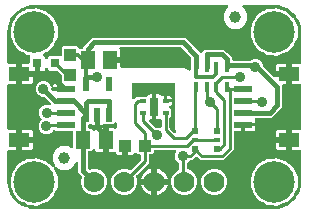
<source format=gbr>
G04 EAGLE Gerber RS-274X export*
G75*
%MOMM*%
%FSLAX34Y34*%
%LPD*%
%INTop Copper*%
%IPPOS*%
%AMOC8*
5,1,8,0,0,1.08239X$1,22.5*%
G01*
%ADD10R,1.240000X1.500000*%
%ADD11R,0.550000X1.200000*%
%ADD12R,1.075000X1.000000*%
%ADD13R,0.450000X0.900000*%
%ADD14R,0.500000X0.500000*%
%ADD15R,0.500000X0.400000*%
%ADD16C,3.516000*%
%ADD17R,1.550000X0.600000*%
%ADD18R,1.800000X1.200000*%
%ADD19C,1.000000*%
%ADD20R,0.800000X0.800000*%
%ADD21R,1.000000X1.075000*%
%ADD22R,0.700000X1.600000*%
%ADD23R,0.550000X0.350000*%
%ADD24C,1.778000*%
%ADD25C,0.406400*%
%ADD26C,0.906400*%
%ADD27C,0.254000*%
%ADD28C,0.889000*%
%ADD29C,0.304800*%

G36*
X228622Y2543D02*
X228622Y2543D01*
X228700Y2545D01*
X232077Y2810D01*
X232145Y2824D01*
X232214Y2829D01*
X232370Y2869D01*
X238794Y4956D01*
X238901Y5006D01*
X239012Y5050D01*
X239063Y5083D01*
X239082Y5091D01*
X239097Y5104D01*
X239148Y5136D01*
X244612Y9107D01*
X244699Y9188D01*
X244746Y9227D01*
X244752Y9231D01*
X244753Y9232D01*
X244791Y9264D01*
X244829Y9310D01*
X244844Y9324D01*
X244855Y9342D01*
X244893Y9388D01*
X246586Y11717D01*
X246599Y11741D01*
X246616Y11761D01*
X246675Y11880D01*
X246739Y11996D01*
X246746Y12022D01*
X246758Y12046D01*
X246785Y12174D01*
X246799Y12185D01*
X246823Y12196D01*
X246925Y12281D01*
X247031Y12361D01*
X247048Y12382D01*
X247068Y12398D01*
X247171Y12522D01*
X248864Y14852D01*
X248921Y14956D01*
X248985Y15056D01*
X249007Y15113D01*
X249017Y15131D01*
X249022Y15151D01*
X249044Y15206D01*
X251131Y21630D01*
X251144Y21698D01*
X251167Y21764D01*
X251190Y21923D01*
X251455Y25300D01*
X251455Y25304D01*
X251456Y25307D01*
X251455Y25326D01*
X251459Y25400D01*
X251459Y51090D01*
X251444Y51208D01*
X251437Y51327D01*
X251424Y51365D01*
X251419Y51406D01*
X251376Y51516D01*
X251339Y51629D01*
X251317Y51664D01*
X251302Y51701D01*
X251233Y51797D01*
X251169Y51898D01*
X251139Y51926D01*
X251116Y51959D01*
X251024Y52035D01*
X250937Y52116D01*
X250902Y52136D01*
X250871Y52161D01*
X250763Y52212D01*
X250659Y52270D01*
X250619Y52280D01*
X250583Y52297D01*
X250466Y52319D01*
X250351Y52349D01*
X250291Y52353D01*
X250271Y52357D01*
X250250Y52355D01*
X250190Y52359D01*
X243729Y52359D01*
X243729Y59630D01*
X243714Y59748D01*
X243707Y59867D01*
X243694Y59905D01*
X243689Y59945D01*
X243645Y60056D01*
X243609Y60169D01*
X243587Y60204D01*
X243572Y60241D01*
X243502Y60337D01*
X243439Y60438D01*
X243409Y60466D01*
X243385Y60498D01*
X243294Y60574D01*
X243207Y60656D01*
X243172Y60675D01*
X243140Y60701D01*
X243033Y60752D01*
X242929Y60809D01*
X242889Y60820D01*
X242853Y60837D01*
X242736Y60859D01*
X242621Y60889D01*
X242560Y60893D01*
X242540Y60897D01*
X242520Y60895D01*
X242460Y60899D01*
X241189Y60899D01*
X241189Y60901D01*
X242460Y60901D01*
X242578Y60916D01*
X242697Y60923D01*
X242735Y60936D01*
X242775Y60941D01*
X242886Y60985D01*
X242999Y61021D01*
X243034Y61043D01*
X243071Y61058D01*
X243167Y61128D01*
X243268Y61191D01*
X243296Y61221D01*
X243328Y61245D01*
X243404Y61336D01*
X243486Y61423D01*
X243505Y61458D01*
X243531Y61490D01*
X243582Y61597D01*
X243639Y61701D01*
X243650Y61741D01*
X243667Y61777D01*
X243689Y61894D01*
X243719Y62009D01*
X243723Y62070D01*
X243727Y62090D01*
X243725Y62109D01*
X243727Y62115D01*
X243726Y62122D01*
X243729Y62170D01*
X243729Y69441D01*
X250190Y69441D01*
X250308Y69456D01*
X250427Y69463D01*
X250465Y69476D01*
X250506Y69481D01*
X250616Y69524D01*
X250729Y69561D01*
X250764Y69583D01*
X250801Y69598D01*
X250898Y69668D01*
X250998Y69731D01*
X251026Y69761D01*
X251059Y69784D01*
X251135Y69876D01*
X251216Y69963D01*
X251236Y69998D01*
X251261Y70029D01*
X251312Y70137D01*
X251370Y70241D01*
X251380Y70280D01*
X251397Y70317D01*
X251419Y70434D01*
X251449Y70549D01*
X251453Y70609D01*
X251457Y70629D01*
X251455Y70650D01*
X251459Y70710D01*
X251459Y107090D01*
X251444Y107208D01*
X251437Y107327D01*
X251424Y107365D01*
X251419Y107406D01*
X251376Y107516D01*
X251339Y107629D01*
X251317Y107664D01*
X251302Y107701D01*
X251233Y107797D01*
X251169Y107898D01*
X251139Y107926D01*
X251116Y107959D01*
X251024Y108035D01*
X250937Y108116D01*
X250902Y108136D01*
X250871Y108161D01*
X250763Y108212D01*
X250659Y108270D01*
X250619Y108280D01*
X250583Y108297D01*
X250466Y108319D01*
X250351Y108349D01*
X250291Y108353D01*
X250271Y108357D01*
X250250Y108355D01*
X250190Y108359D01*
X243729Y108359D01*
X243729Y115630D01*
X243714Y115748D01*
X243707Y115867D01*
X243694Y115905D01*
X243689Y115945D01*
X243645Y116056D01*
X243609Y116169D01*
X243587Y116204D01*
X243572Y116241D01*
X243502Y116337D01*
X243439Y116438D01*
X243409Y116466D01*
X243385Y116498D01*
X243294Y116574D01*
X243207Y116656D01*
X243172Y116675D01*
X243140Y116701D01*
X243033Y116752D01*
X242929Y116809D01*
X242889Y116820D01*
X242853Y116837D01*
X242736Y116859D01*
X242621Y116889D01*
X242560Y116893D01*
X242540Y116897D01*
X242520Y116895D01*
X242460Y116899D01*
X241189Y116899D01*
X241189Y116901D01*
X242460Y116901D01*
X242578Y116916D01*
X242697Y116923D01*
X242735Y116936D01*
X242775Y116941D01*
X242886Y116985D01*
X242999Y117021D01*
X243034Y117043D01*
X243071Y117058D01*
X243167Y117128D01*
X243268Y117191D01*
X243296Y117221D01*
X243328Y117245D01*
X243404Y117336D01*
X243486Y117423D01*
X243505Y117458D01*
X243531Y117490D01*
X243582Y117597D01*
X243639Y117701D01*
X243650Y117741D01*
X243667Y117777D01*
X243689Y117894D01*
X243719Y118009D01*
X243723Y118070D01*
X243727Y118090D01*
X243725Y118110D01*
X243729Y118170D01*
X243729Y125441D01*
X250190Y125441D01*
X250308Y125456D01*
X250427Y125463D01*
X250465Y125476D01*
X250506Y125481D01*
X250616Y125524D01*
X250729Y125561D01*
X250764Y125583D01*
X250801Y125598D01*
X250898Y125668D01*
X250998Y125731D01*
X251026Y125761D01*
X251059Y125784D01*
X251135Y125876D01*
X251216Y125963D01*
X251236Y125998D01*
X251261Y126029D01*
X251312Y126137D01*
X251370Y126241D01*
X251380Y126280D01*
X251397Y126317D01*
X251419Y126434D01*
X251449Y126549D01*
X251453Y126609D01*
X251457Y126629D01*
X251455Y126650D01*
X251459Y126710D01*
X251459Y152400D01*
X251457Y152422D01*
X251455Y152500D01*
X251190Y155877D01*
X251176Y155945D01*
X251171Y156014D01*
X251131Y156170D01*
X249044Y162594D01*
X248993Y162701D01*
X248950Y162812D01*
X248917Y162863D01*
X248909Y162882D01*
X248896Y162897D01*
X248864Y162948D01*
X247171Y165278D01*
X247153Y165297D01*
X247139Y165320D01*
X247044Y165413D01*
X246953Y165509D01*
X246931Y165524D01*
X246912Y165542D01*
X246798Y165608D01*
X246792Y165624D01*
X246789Y165651D01*
X246740Y165775D01*
X246697Y165900D01*
X246682Y165922D01*
X246672Y165947D01*
X246586Y166083D01*
X244893Y168413D01*
X244812Y168499D01*
X244736Y168591D01*
X244690Y168629D01*
X244676Y168644D01*
X244658Y168655D01*
X244612Y168693D01*
X239148Y172664D01*
X239044Y172721D01*
X238944Y172785D01*
X238887Y172807D01*
X238869Y172817D01*
X238849Y172822D01*
X238794Y172844D01*
X232370Y174931D01*
X232302Y174944D01*
X232236Y174967D01*
X232077Y174990D01*
X228700Y175255D01*
X228678Y175254D01*
X228600Y175259D01*
X202722Y175259D01*
X202578Y175241D01*
X202432Y175226D01*
X202420Y175221D01*
X202406Y175219D01*
X202271Y175166D01*
X202134Y175115D01*
X202123Y175107D01*
X202111Y175102D01*
X201993Y175017D01*
X201873Y174934D01*
X201864Y174923D01*
X201853Y174916D01*
X201761Y174804D01*
X201665Y174693D01*
X201659Y174681D01*
X201651Y174671D01*
X201589Y174539D01*
X201524Y174408D01*
X201521Y174395D01*
X201515Y174383D01*
X201488Y174240D01*
X201457Y174097D01*
X201458Y174084D01*
X201455Y174071D01*
X201464Y173926D01*
X201470Y173780D01*
X201474Y173766D01*
X201475Y173753D01*
X201520Y173615D01*
X201562Y173475D01*
X201569Y173463D01*
X201573Y173451D01*
X201651Y173328D01*
X201726Y173203D01*
X201736Y173193D01*
X201743Y173182D01*
X201849Y173082D01*
X201953Y172980D01*
X201969Y172970D01*
X201975Y172964D01*
X201990Y172956D01*
X202087Y172891D01*
X202901Y172421D01*
X205581Y167780D01*
X205581Y162420D01*
X202901Y157779D01*
X198260Y155099D01*
X192900Y155099D01*
X188259Y157779D01*
X185579Y162420D01*
X185579Y167780D01*
X188259Y172421D01*
X189073Y172891D01*
X189189Y172979D01*
X189307Y173064D01*
X189315Y173075D01*
X189326Y173083D01*
X189416Y173197D01*
X189509Y173309D01*
X189515Y173322D01*
X189524Y173332D01*
X189583Y173466D01*
X189645Y173597D01*
X189647Y173610D01*
X189653Y173623D01*
X189678Y173767D01*
X189705Y173910D01*
X189704Y173923D01*
X189706Y173936D01*
X189694Y174082D01*
X189685Y174227D01*
X189681Y174240D01*
X189680Y174253D01*
X189632Y174391D01*
X189587Y174529D01*
X189580Y174541D01*
X189575Y174554D01*
X189495Y174675D01*
X189417Y174798D01*
X189407Y174807D01*
X189399Y174819D01*
X189291Y174916D01*
X189185Y175016D01*
X189173Y175023D01*
X189163Y175032D01*
X189034Y175099D01*
X188907Y175170D01*
X188894Y175173D01*
X188882Y175179D01*
X188739Y175213D01*
X188599Y175249D01*
X188580Y175250D01*
X188572Y175252D01*
X188555Y175252D01*
X188438Y175259D01*
X25400Y175259D01*
X25378Y175257D01*
X25300Y175255D01*
X21923Y174990D01*
X21855Y174976D01*
X21786Y174971D01*
X21630Y174931D01*
X18892Y174041D01*
X18867Y174030D01*
X18841Y174024D01*
X18724Y173963D01*
X18604Y173906D01*
X18583Y173889D01*
X18560Y173877D01*
X18462Y173789D01*
X18445Y173788D01*
X18418Y173793D01*
X18286Y173785D01*
X18153Y173783D01*
X18128Y173775D01*
X18101Y173774D01*
X17945Y173734D01*
X15206Y172844D01*
X15099Y172794D01*
X14988Y172750D01*
X14937Y172717D01*
X14918Y172709D01*
X14903Y172696D01*
X14852Y172664D01*
X9388Y168693D01*
X9301Y168612D01*
X9209Y168536D01*
X9171Y168490D01*
X9156Y168476D01*
X9145Y168458D01*
X9107Y168412D01*
X5136Y162948D01*
X5079Y162844D01*
X5015Y162744D01*
X4993Y162687D01*
X4983Y162669D01*
X4978Y162649D01*
X4956Y162594D01*
X2869Y156170D01*
X2856Y156102D01*
X2833Y156036D01*
X2810Y155877D01*
X2545Y152500D01*
X2546Y152478D01*
X2541Y152400D01*
X2541Y126710D01*
X2556Y126592D01*
X2563Y126473D01*
X2576Y126435D01*
X2581Y126394D01*
X2624Y126284D01*
X2661Y126171D01*
X2683Y126136D01*
X2698Y126099D01*
X2768Y126002D01*
X2831Y125902D01*
X2861Y125874D01*
X2884Y125841D01*
X2976Y125765D01*
X3063Y125684D01*
X3098Y125664D01*
X3129Y125639D01*
X3237Y125588D01*
X3341Y125530D01*
X3381Y125520D01*
X3417Y125503D01*
X3534Y125481D01*
X3649Y125451D01*
X3709Y125447D01*
X3729Y125443D01*
X3750Y125445D01*
X3810Y125441D01*
X10271Y125441D01*
X10271Y118170D01*
X10286Y118052D01*
X10293Y117933D01*
X10306Y117895D01*
X10311Y117855D01*
X10354Y117744D01*
X10391Y117631D01*
X10413Y117596D01*
X10428Y117559D01*
X10498Y117463D01*
X10561Y117362D01*
X10591Y117334D01*
X10615Y117302D01*
X10706Y117226D01*
X10793Y117144D01*
X10828Y117125D01*
X10859Y117099D01*
X10967Y117048D01*
X11071Y116991D01*
X11111Y116980D01*
X11147Y116963D01*
X11264Y116941D01*
X11379Y116911D01*
X11440Y116907D01*
X11460Y116903D01*
X11480Y116905D01*
X11540Y116901D01*
X12811Y116901D01*
X12811Y116899D01*
X11540Y116899D01*
X11422Y116884D01*
X11303Y116877D01*
X11265Y116864D01*
X11225Y116859D01*
X11114Y116815D01*
X11001Y116779D01*
X10966Y116757D01*
X10929Y116742D01*
X10833Y116672D01*
X10732Y116609D01*
X10704Y116579D01*
X10671Y116555D01*
X10596Y116464D01*
X10514Y116377D01*
X10494Y116342D01*
X10469Y116310D01*
X10418Y116203D01*
X10360Y116099D01*
X10350Y116059D01*
X10333Y116023D01*
X10311Y115906D01*
X10281Y115791D01*
X10277Y115730D01*
X10273Y115710D01*
X10275Y115690D01*
X10271Y115630D01*
X10271Y108359D01*
X3810Y108359D01*
X3692Y108344D01*
X3573Y108337D01*
X3535Y108324D01*
X3494Y108319D01*
X3384Y108276D01*
X3271Y108239D01*
X3236Y108217D01*
X3199Y108202D01*
X3103Y108133D01*
X3002Y108069D01*
X2974Y108039D01*
X2941Y108016D01*
X2865Y107924D01*
X2784Y107837D01*
X2764Y107802D01*
X2739Y107771D01*
X2688Y107663D01*
X2630Y107559D01*
X2620Y107519D01*
X2603Y107483D01*
X2581Y107366D01*
X2551Y107251D01*
X2547Y107191D01*
X2543Y107171D01*
X2545Y107150D01*
X2541Y107090D01*
X2541Y70710D01*
X2556Y70592D01*
X2563Y70473D01*
X2576Y70435D01*
X2581Y70394D01*
X2624Y70284D01*
X2661Y70171D01*
X2683Y70136D01*
X2698Y70099D01*
X2768Y70002D01*
X2831Y69902D01*
X2861Y69874D01*
X2884Y69841D01*
X2976Y69765D01*
X3063Y69684D01*
X3098Y69664D01*
X3129Y69639D01*
X3237Y69588D01*
X3341Y69530D01*
X3381Y69520D01*
X3417Y69503D01*
X3534Y69481D01*
X3649Y69451D01*
X3709Y69447D01*
X3729Y69443D01*
X3750Y69445D01*
X3810Y69441D01*
X10271Y69441D01*
X10271Y62170D01*
X10286Y62052D01*
X10293Y61933D01*
X10306Y61895D01*
X10311Y61855D01*
X10354Y61744D01*
X10391Y61631D01*
X10413Y61596D01*
X10428Y61559D01*
X10498Y61463D01*
X10561Y61362D01*
X10591Y61334D01*
X10615Y61302D01*
X10706Y61226D01*
X10793Y61144D01*
X10828Y61125D01*
X10859Y61099D01*
X10967Y61048D01*
X11071Y60991D01*
X11111Y60980D01*
X11147Y60963D01*
X11264Y60941D01*
X11379Y60911D01*
X11440Y60907D01*
X11460Y60903D01*
X11480Y60905D01*
X11540Y60901D01*
X12811Y60901D01*
X12811Y60899D01*
X11540Y60899D01*
X11422Y60884D01*
X11303Y60877D01*
X11265Y60864D01*
X11225Y60859D01*
X11114Y60815D01*
X11001Y60779D01*
X10966Y60757D01*
X10929Y60742D01*
X10833Y60672D01*
X10732Y60609D01*
X10704Y60579D01*
X10671Y60555D01*
X10596Y60464D01*
X10514Y60377D01*
X10494Y60342D01*
X10469Y60310D01*
X10418Y60203D01*
X10360Y60099D01*
X10350Y60059D01*
X10333Y60023D01*
X10311Y59906D01*
X10281Y59791D01*
X10277Y59730D01*
X10273Y59710D01*
X10275Y59690D01*
X10271Y59630D01*
X10271Y52359D01*
X3810Y52359D01*
X3692Y52344D01*
X3573Y52337D01*
X3535Y52324D01*
X3494Y52319D01*
X3384Y52276D01*
X3271Y52239D01*
X3236Y52217D01*
X3199Y52202D01*
X3103Y52133D01*
X3002Y52069D01*
X2974Y52039D01*
X2941Y52016D01*
X2865Y51924D01*
X2784Y51837D01*
X2764Y51802D01*
X2739Y51771D01*
X2688Y51663D01*
X2630Y51559D01*
X2620Y51519D01*
X2603Y51483D01*
X2581Y51366D01*
X2551Y51251D01*
X2547Y51191D01*
X2543Y51171D01*
X2545Y51150D01*
X2541Y51090D01*
X2541Y25400D01*
X2543Y25378D01*
X2545Y25300D01*
X2810Y21923D01*
X2824Y21855D01*
X2829Y21786D01*
X2869Y21630D01*
X4956Y15206D01*
X5006Y15099D01*
X5050Y14988D01*
X5083Y14937D01*
X5091Y14918D01*
X5104Y14903D01*
X5136Y14852D01*
X9107Y9388D01*
X9127Y9366D01*
X9138Y9348D01*
X9184Y9305D01*
X9188Y9301D01*
X9264Y9209D01*
X9310Y9171D01*
X9324Y9156D01*
X9342Y9145D01*
X9388Y9107D01*
X14852Y5136D01*
X14956Y5079D01*
X15056Y5015D01*
X15113Y4993D01*
X15131Y4983D01*
X15151Y4978D01*
X15206Y4956D01*
X17945Y4066D01*
X17971Y4061D01*
X17996Y4051D01*
X18127Y4031D01*
X18257Y4006D01*
X18284Y4008D01*
X18310Y4004D01*
X18441Y4018D01*
X18455Y4008D01*
X18474Y3989D01*
X18585Y3918D01*
X18694Y3842D01*
X18719Y3832D01*
X18742Y3818D01*
X18892Y3759D01*
X21630Y2869D01*
X21698Y2856D01*
X21764Y2833D01*
X21923Y2810D01*
X25300Y2545D01*
X25322Y2546D01*
X25400Y2541D01*
X228600Y2541D01*
X228622Y2543D01*
G37*
%LPC*%
G36*
X74027Y14477D02*
X74027Y14477D01*
X70013Y16140D01*
X66940Y19213D01*
X65277Y23227D01*
X65277Y27573D01*
X65832Y28912D01*
X65840Y28940D01*
X65853Y28966D01*
X65882Y29093D01*
X65916Y29218D01*
X65916Y29248D01*
X65923Y29277D01*
X65919Y29406D01*
X65921Y29536D01*
X65914Y29565D01*
X65913Y29595D01*
X65877Y29719D01*
X65847Y29846D01*
X65833Y29872D01*
X65825Y29900D01*
X65759Y30012D01*
X65698Y30127D01*
X65678Y30149D01*
X65663Y30174D01*
X65557Y30295D01*
X62635Y33216D01*
X62635Y41481D01*
X62617Y41625D01*
X62602Y41770D01*
X62597Y41783D01*
X62595Y41796D01*
X62542Y41932D01*
X62491Y42069D01*
X62483Y42080D01*
X62478Y42092D01*
X62393Y42210D01*
X62310Y42330D01*
X62300Y42339D01*
X62292Y42350D01*
X62179Y42443D01*
X62069Y42538D01*
X62057Y42544D01*
X62047Y42552D01*
X61915Y42614D01*
X61784Y42679D01*
X61771Y42682D01*
X61759Y42688D01*
X61617Y42715D01*
X61473Y42746D01*
X61460Y42745D01*
X61447Y42748D01*
X61302Y42739D01*
X61156Y42733D01*
X61143Y42729D01*
X61129Y42728D01*
X60991Y42683D01*
X60851Y42641D01*
X60839Y42634D01*
X60827Y42630D01*
X60704Y42552D01*
X60579Y42477D01*
X60569Y42467D01*
X60558Y42460D01*
X60458Y42354D01*
X60356Y42250D01*
X60346Y42234D01*
X60340Y42228D01*
X60332Y42213D01*
X60267Y42116D01*
X58121Y38399D01*
X53480Y35719D01*
X48120Y35719D01*
X43780Y38225D01*
X43722Y38250D01*
X43668Y38283D01*
X43576Y38311D01*
X43487Y38348D01*
X43424Y38358D01*
X43364Y38376D01*
X43268Y38381D01*
X43172Y38395D01*
X43109Y38388D01*
X43047Y38391D01*
X42952Y38372D01*
X42856Y38362D01*
X42843Y38357D01*
X42848Y38368D01*
X42903Y38474D01*
X42912Y38513D01*
X42929Y38550D01*
X42949Y38668D01*
X42976Y38784D01*
X42975Y38824D01*
X42982Y38863D01*
X42972Y38982D01*
X42970Y39102D01*
X42959Y39140D01*
X42956Y39180D01*
X42917Y39293D01*
X42885Y39408D01*
X42858Y39461D01*
X42851Y39481D01*
X42840Y39498D01*
X42813Y39552D01*
X40799Y43040D01*
X40799Y48400D01*
X43479Y53041D01*
X48120Y55721D01*
X53480Y55721D01*
X56563Y53940D01*
X56686Y53889D01*
X56805Y53833D01*
X56832Y53828D01*
X56857Y53817D01*
X56988Y53798D01*
X57118Y53773D01*
X57144Y53775D01*
X57171Y53771D01*
X57303Y53784D01*
X57435Y53793D01*
X57461Y53801D01*
X57487Y53804D01*
X57612Y53850D01*
X57737Y53891D01*
X57760Y53905D01*
X57786Y53914D01*
X57894Y53990D01*
X58006Y54061D01*
X58025Y54081D01*
X58047Y54096D01*
X58133Y54196D01*
X58224Y54292D01*
X58237Y54316D01*
X58255Y54336D01*
X58314Y54455D01*
X58378Y54571D01*
X58384Y54597D01*
X58396Y54621D01*
X58424Y54751D01*
X58457Y54879D01*
X58459Y54917D01*
X58463Y54932D01*
X58462Y54954D01*
X58467Y55040D01*
X58467Y67598D01*
X58452Y67716D01*
X58445Y67835D01*
X58432Y67873D01*
X58427Y67914D01*
X58384Y68024D01*
X58347Y68137D01*
X58325Y68172D01*
X58310Y68209D01*
X58241Y68305D01*
X58177Y68406D01*
X58147Y68434D01*
X58124Y68467D01*
X58032Y68543D01*
X57945Y68624D01*
X57910Y68644D01*
X57879Y68669D01*
X57771Y68720D01*
X57667Y68778D01*
X57627Y68788D01*
X57591Y68805D01*
X57474Y68827D01*
X57359Y68857D01*
X57299Y68861D01*
X57279Y68865D01*
X57258Y68863D01*
X57198Y68867D01*
X43218Y68867D01*
X43139Y68946D01*
X43099Y68977D01*
X43066Y69014D01*
X42974Y69074D01*
X42888Y69141D01*
X42842Y69161D01*
X42800Y69189D01*
X42696Y69224D01*
X42596Y69268D01*
X42547Y69276D01*
X42500Y69292D01*
X42390Y69300D01*
X42282Y69318D01*
X42232Y69313D01*
X42182Y69317D01*
X42074Y69298D01*
X41965Y69288D01*
X41918Y69271D01*
X41869Y69262D01*
X41769Y69217D01*
X41666Y69180D01*
X41624Y69152D01*
X41579Y69132D01*
X41494Y69063D01*
X41403Y69002D01*
X41370Y68964D01*
X41331Y68933D01*
X41265Y68846D01*
X41192Y68763D01*
X41169Y68719D01*
X41159Y68705D01*
X39279Y66825D01*
X36866Y65825D01*
X34254Y65825D01*
X31841Y66825D01*
X29995Y68671D01*
X28995Y71084D01*
X28995Y73696D01*
X29995Y76109D01*
X31320Y77434D01*
X31393Y77528D01*
X31471Y77617D01*
X31490Y77653D01*
X31515Y77685D01*
X31562Y77794D01*
X31616Y77900D01*
X31625Y77940D01*
X31641Y77977D01*
X31660Y78094D01*
X31686Y78210D01*
X31684Y78251D01*
X31691Y78291D01*
X31680Y78409D01*
X31676Y78528D01*
X31665Y78567D01*
X31661Y78607D01*
X31621Y78720D01*
X31588Y78834D01*
X31567Y78869D01*
X31553Y78907D01*
X31487Y79005D01*
X31426Y79108D01*
X31386Y79153D01*
X31375Y79170D01*
X31360Y79183D01*
X31320Y79229D01*
X30221Y80327D01*
X29221Y82740D01*
X29221Y85352D01*
X30221Y87765D01*
X32067Y89611D01*
X34480Y90611D01*
X37092Y90611D01*
X37528Y90430D01*
X37595Y90412D01*
X37660Y90384D01*
X37748Y90370D01*
X37835Y90346D01*
X37905Y90345D01*
X37974Y90334D01*
X38063Y90343D01*
X38153Y90341D01*
X38221Y90357D01*
X38290Y90364D01*
X38375Y90394D01*
X38462Y90415D01*
X38524Y90448D01*
X38590Y90471D01*
X38664Y90522D01*
X38743Y90564D01*
X38795Y90611D01*
X38853Y90650D01*
X38912Y90717D01*
X38979Y90778D01*
X39017Y90836D01*
X39063Y90889D01*
X39104Y90968D01*
X39153Y91044D01*
X39176Y91110D01*
X39208Y91172D01*
X39227Y91259D01*
X39257Y91344D01*
X39262Y91414D01*
X39277Y91482D01*
X39275Y91572D01*
X39282Y91661D01*
X39270Y91730D01*
X39268Y91800D01*
X39243Y91886D01*
X39227Y91975D01*
X39199Y92038D01*
X39179Y92105D01*
X39134Y92183D01*
X39097Y92265D01*
X39053Y92319D01*
X39018Y92379D01*
X38911Y92500D01*
X34208Y97204D01*
X34130Y97264D01*
X34058Y97332D01*
X34005Y97361D01*
X33957Y97398D01*
X33866Y97438D01*
X33779Y97486D01*
X33721Y97501D01*
X33665Y97525D01*
X33567Y97540D01*
X33471Y97565D01*
X33371Y97571D01*
X33351Y97575D01*
X33339Y97573D01*
X33311Y97575D01*
X31714Y97575D01*
X29301Y98575D01*
X27455Y100421D01*
X26455Y102834D01*
X26455Y105446D01*
X27455Y107859D01*
X29301Y109705D01*
X31714Y110705D01*
X34326Y110705D01*
X36739Y109705D01*
X38585Y107859D01*
X39077Y106671D01*
X39112Y106610D01*
X39138Y106545D01*
X39190Y106473D01*
X39235Y106394D01*
X39283Y106344D01*
X39324Y106288D01*
X39394Y106230D01*
X39456Y106166D01*
X39516Y106130D01*
X39569Y106085D01*
X39651Y106047D01*
X39727Y106000D01*
X39794Y105979D01*
X39857Y105949D01*
X39945Y105933D01*
X40031Y105906D01*
X40101Y105903D01*
X40170Y105890D01*
X40259Y105895D01*
X40349Y105891D01*
X40417Y105905D01*
X40487Y105909D01*
X40572Y105937D01*
X40660Y105955D01*
X40723Y105986D01*
X40789Y106007D01*
X40865Y106055D01*
X40946Y106095D01*
X40999Y106140D01*
X41058Y106178D01*
X41120Y106243D01*
X41188Y106301D01*
X41228Y106358D01*
X41276Y106409D01*
X41319Y106488D01*
X41371Y106561D01*
X41396Y106627D01*
X41430Y106688D01*
X41452Y106774D01*
X41484Y106859D01*
X41492Y106928D01*
X41509Y106996D01*
X41519Y107156D01*
X41519Y107234D01*
X41692Y107881D01*
X42027Y108460D01*
X42500Y108933D01*
X43079Y109268D01*
X43726Y109441D01*
X47578Y109441D01*
X47696Y109456D01*
X47815Y109463D01*
X47853Y109476D01*
X47894Y109481D01*
X48004Y109524D01*
X48117Y109561D01*
X48152Y109583D01*
X48189Y109598D01*
X48285Y109667D01*
X48386Y109731D01*
X48414Y109761D01*
X48447Y109784D01*
X48523Y109876D01*
X48604Y109963D01*
X48624Y109998D01*
X48649Y110029D01*
X48700Y110137D01*
X48758Y110241D01*
X48768Y110281D01*
X48785Y110317D01*
X48807Y110434D01*
X48837Y110549D01*
X48841Y110609D01*
X48845Y110629D01*
X48843Y110650D01*
X48847Y110710D01*
X48847Y114746D01*
X48835Y114844D01*
X48832Y114943D01*
X48815Y115002D01*
X48807Y115062D01*
X48771Y115154D01*
X48743Y115249D01*
X48713Y115301D01*
X48690Y115357D01*
X48632Y115437D01*
X48582Y115523D01*
X48516Y115598D01*
X48504Y115615D01*
X48494Y115623D01*
X48476Y115644D01*
X44794Y119326D01*
X44715Y119386D01*
X44643Y119454D01*
X44590Y119483D01*
X44542Y119520D01*
X44451Y119560D01*
X44365Y119608D01*
X44306Y119623D01*
X44251Y119647D01*
X44153Y119662D01*
X44057Y119687D01*
X43957Y119693D01*
X43937Y119697D01*
X43924Y119695D01*
X43896Y119697D01*
X38218Y119697D01*
X37016Y120899D01*
X37008Y120961D01*
X36991Y121113D01*
X36988Y121119D01*
X36987Y121126D01*
X36932Y121267D01*
X36877Y121410D01*
X36873Y121416D01*
X36870Y121422D01*
X36781Y121545D01*
X36693Y121669D01*
X36688Y121674D01*
X36684Y121679D01*
X36566Y121777D01*
X36450Y121875D01*
X36444Y121878D01*
X36439Y121882D01*
X36301Y121947D01*
X36164Y122013D01*
X36157Y122015D01*
X36151Y122017D01*
X36002Y122046D01*
X35852Y122076D01*
X35845Y122076D01*
X35839Y122077D01*
X35687Y122068D01*
X35534Y122060D01*
X35528Y122058D01*
X35521Y122058D01*
X35377Y122011D01*
X35231Y121965D01*
X35225Y121962D01*
X35219Y121959D01*
X35090Y121878D01*
X34960Y121798D01*
X34956Y121793D01*
X34950Y121789D01*
X34845Y121677D01*
X34740Y121569D01*
X34737Y121563D01*
X34732Y121558D01*
X34659Y121425D01*
X34583Y121292D01*
X34581Y121283D01*
X34578Y121279D01*
X34576Y121269D01*
X34532Y121139D01*
X34428Y120749D01*
X34093Y120170D01*
X33620Y119697D01*
X33041Y119362D01*
X32394Y119189D01*
X30059Y119189D01*
X30059Y125000D01*
X30044Y125118D01*
X30037Y125237D01*
X30024Y125275D01*
X30019Y125315D01*
X29976Y125426D01*
X29939Y125539D01*
X29917Y125573D01*
X29902Y125611D01*
X29833Y125707D01*
X29769Y125808D01*
X29739Y125836D01*
X29716Y125868D01*
X29624Y125944D01*
X29537Y126026D01*
X29502Y126045D01*
X29471Y126071D01*
X29363Y126122D01*
X29259Y126179D01*
X29219Y126189D01*
X29183Y126207D01*
X29066Y126229D01*
X28951Y126259D01*
X28891Y126263D01*
X28871Y126266D01*
X28850Y126265D01*
X28790Y126269D01*
X27330Y126269D01*
X27212Y126254D01*
X27093Y126247D01*
X27055Y126234D01*
X27014Y126229D01*
X26904Y126185D01*
X26791Y126149D01*
X26756Y126127D01*
X26719Y126112D01*
X26622Y126042D01*
X26522Y125979D01*
X26494Y125949D01*
X26461Y125925D01*
X26385Y125834D01*
X26304Y125747D01*
X26284Y125712D01*
X26259Y125680D01*
X26208Y125573D01*
X26150Y125468D01*
X26140Y125429D01*
X26123Y125393D01*
X26101Y125276D01*
X26071Y125160D01*
X26067Y125100D01*
X26063Y125080D01*
X26065Y125060D01*
X26061Y125000D01*
X26061Y119189D01*
X23726Y119189D01*
X22954Y119396D01*
X22869Y119408D01*
X22786Y119429D01*
X22650Y119438D01*
X22639Y119439D01*
X22635Y119439D01*
X22626Y119439D01*
X15349Y119439D01*
X15349Y125441D01*
X20250Y125441D01*
X20368Y125456D01*
X20487Y125463D01*
X20525Y125475D01*
X20566Y125481D01*
X20676Y125524D01*
X20789Y125561D01*
X20824Y125583D01*
X20861Y125598D01*
X20957Y125667D01*
X21058Y125731D01*
X21086Y125761D01*
X21119Y125784D01*
X21195Y125876D01*
X21276Y125963D01*
X21296Y125998D01*
X21321Y126029D01*
X21372Y126137D01*
X21430Y126241D01*
X21440Y126281D01*
X21457Y126317D01*
X21479Y126434D01*
X21509Y126549D01*
X21513Y126609D01*
X21517Y126629D01*
X21515Y126650D01*
X21519Y126710D01*
X21519Y130064D01*
X21692Y130711D01*
X21899Y131068D01*
X21916Y131108D01*
X21939Y131144D01*
X21977Y131254D01*
X22022Y131362D01*
X22028Y131404D01*
X22042Y131445D01*
X22052Y131561D01*
X22069Y131676D01*
X22064Y131719D01*
X22068Y131762D01*
X22048Y131877D01*
X22036Y131992D01*
X22021Y132033D01*
X22013Y132075D01*
X21965Y132181D01*
X21925Y132291D01*
X21900Y132326D01*
X21883Y132365D01*
X21810Y132456D01*
X21743Y132552D01*
X21711Y132580D01*
X21684Y132613D01*
X21591Y132683D01*
X21503Y132760D01*
X21464Y132779D01*
X21430Y132805D01*
X21285Y132876D01*
X20951Y133014D01*
X20852Y133041D01*
X20757Y133077D01*
X20665Y133092D01*
X20644Y133098D01*
X20631Y133098D01*
X20598Y133104D01*
X19179Y133253D01*
X16215Y134964D01*
X16213Y134965D01*
X16210Y134967D01*
X16066Y135038D01*
X14290Y135773D01*
X13693Y136370D01*
X13626Y136422D01*
X13565Y136483D01*
X13451Y136558D01*
X13442Y136565D01*
X13438Y136567D01*
X13431Y136572D01*
X11929Y137439D01*
X10139Y139903D01*
X10126Y139917D01*
X10116Y139933D01*
X10009Y140054D01*
X8773Y141290D01*
X8357Y142296D01*
X8322Y142356D01*
X8297Y142420D01*
X8211Y142556D01*
X7008Y144211D01*
X6447Y146849D01*
X6436Y146883D01*
X6431Y146919D01*
X6379Y147071D01*
X5787Y148499D01*
X5787Y149822D01*
X5781Y149874D01*
X5783Y149926D01*
X5760Y150086D01*
X5268Y152400D01*
X5760Y154714D01*
X5764Y154767D01*
X5777Y154817D01*
X5787Y154978D01*
X5787Y156301D01*
X6379Y157729D01*
X6388Y157763D01*
X6404Y157795D01*
X6447Y157951D01*
X7008Y160589D01*
X8211Y162244D01*
X8244Y162305D01*
X8286Y162360D01*
X8357Y162504D01*
X8773Y163510D01*
X10009Y164746D01*
X10021Y164761D01*
X10036Y164773D01*
X10139Y164897D01*
X11929Y167361D01*
X13431Y168228D01*
X13499Y168280D01*
X13573Y168324D01*
X13675Y168414D01*
X13684Y168421D01*
X13687Y168424D01*
X13693Y168430D01*
X14290Y169027D01*
X16066Y169762D01*
X16068Y169764D01*
X16071Y169764D01*
X16215Y169836D01*
X18972Y171428D01*
X18993Y171444D01*
X19017Y171455D01*
X19119Y171540D01*
X19166Y171575D01*
X19203Y171568D01*
X19229Y171569D01*
X19256Y171565D01*
X19416Y171572D01*
X20598Y171696D01*
X20698Y171720D01*
X20799Y171734D01*
X20887Y171764D01*
X20908Y171769D01*
X20920Y171775D01*
X20951Y171786D01*
X21499Y172013D01*
X23543Y172013D01*
X23560Y172015D01*
X23676Y172020D01*
X27504Y172422D01*
X28573Y172075D01*
X28690Y172053D01*
X28805Y172023D01*
X28865Y172019D01*
X28885Y172015D01*
X28906Y172017D01*
X28965Y172013D01*
X29301Y172013D01*
X31209Y171222D01*
X31230Y171217D01*
X31303Y171188D01*
X35466Y169835D01*
X36078Y169285D01*
X36189Y169207D01*
X36297Y169126D01*
X36327Y169111D01*
X36339Y169103D01*
X36359Y169096D01*
X36441Y169055D01*
X36510Y169027D01*
X37805Y167732D01*
X37819Y167721D01*
X37853Y167686D01*
X41687Y164234D01*
X41900Y163756D01*
X41979Y163626D01*
X42250Y162971D01*
X42255Y162962D01*
X42263Y162941D01*
X45092Y156586D01*
X45092Y148214D01*
X42263Y141859D01*
X42260Y141849D01*
X42250Y141829D01*
X41994Y141211D01*
X41975Y141187D01*
X41970Y141179D01*
X41968Y141175D01*
X41963Y141164D01*
X41900Y141044D01*
X41687Y140566D01*
X37853Y137114D01*
X37841Y137100D01*
X37805Y137068D01*
X36510Y135773D01*
X36441Y135745D01*
X36324Y135678D01*
X36204Y135615D01*
X36177Y135594D01*
X36165Y135587D01*
X36150Y135572D01*
X36078Y135515D01*
X35466Y134965D01*
X33448Y134309D01*
X33352Y134264D01*
X33252Y134227D01*
X33208Y134196D01*
X33160Y134174D01*
X33078Y134106D01*
X32991Y134046D01*
X32956Y134005D01*
X32915Y133971D01*
X32852Y133885D01*
X32783Y133805D01*
X32759Y133757D01*
X32728Y133714D01*
X32689Y133615D01*
X32641Y133520D01*
X32630Y133468D01*
X32611Y133418D01*
X32597Y133313D01*
X32575Y133209D01*
X32577Y133156D01*
X32571Y133103D01*
X32584Y132998D01*
X32588Y132891D01*
X32604Y132840D01*
X32610Y132787D01*
X32649Y132689D01*
X32680Y132587D01*
X32707Y132541D01*
X32727Y132491D01*
X32789Y132405D01*
X32844Y132315D01*
X32882Y132277D01*
X32914Y132234D01*
X32995Y132166D01*
X33071Y132092D01*
X33142Y132045D01*
X33159Y132031D01*
X33173Y132024D01*
X33205Y132003D01*
X33620Y131763D01*
X34093Y131290D01*
X34428Y130711D01*
X34532Y130321D01*
X34590Y130180D01*
X34646Y130038D01*
X34650Y130033D01*
X34652Y130026D01*
X34743Y129904D01*
X34832Y129781D01*
X34838Y129777D01*
X34842Y129771D01*
X34960Y129676D01*
X35077Y129578D01*
X35084Y129575D01*
X35089Y129571D01*
X35227Y129508D01*
X35365Y129443D01*
X35372Y129441D01*
X35378Y129438D01*
X35528Y129411D01*
X35678Y129383D01*
X35684Y129383D01*
X35691Y129382D01*
X35844Y129393D01*
X35995Y129402D01*
X36001Y129405D01*
X36008Y129405D01*
X36154Y129454D01*
X36297Y129501D01*
X36303Y129504D01*
X36310Y129506D01*
X36438Y129589D01*
X36566Y129671D01*
X36571Y129676D01*
X36576Y129679D01*
X36680Y129791D01*
X36784Y129902D01*
X36787Y129908D01*
X36792Y129913D01*
X36865Y130048D01*
X36938Y130181D01*
X36939Y130187D01*
X36942Y130193D01*
X36979Y130342D01*
X37017Y130489D01*
X37018Y130498D01*
X37019Y130502D01*
X37019Y130513D01*
X37022Y130567D01*
X38218Y131763D01*
X47578Y131763D01*
X47696Y131778D01*
X47815Y131785D01*
X47853Y131798D01*
X47894Y131803D01*
X48004Y131846D01*
X48117Y131883D01*
X48152Y131905D01*
X48189Y131920D01*
X48285Y131989D01*
X48386Y132053D01*
X48414Y132083D01*
X48447Y132106D01*
X48523Y132198D01*
X48604Y132285D01*
X48624Y132320D01*
X48649Y132351D01*
X48700Y132459D01*
X48758Y132563D01*
X48768Y132603D01*
X48785Y132639D01*
X48807Y132756D01*
X48837Y132871D01*
X48841Y132931D01*
X48845Y132951D01*
X48843Y132972D01*
X48847Y133032D01*
X48847Y139177D01*
X50038Y140368D01*
X61722Y140368D01*
X62913Y139177D01*
X62913Y139072D01*
X62928Y138954D01*
X62935Y138835D01*
X62948Y138797D01*
X62953Y138756D01*
X62996Y138646D01*
X63033Y138533D01*
X63055Y138498D01*
X63070Y138461D01*
X63139Y138365D01*
X63203Y138264D01*
X63233Y138236D01*
X63256Y138203D01*
X63348Y138127D01*
X63435Y138046D01*
X63470Y138026D01*
X63501Y138001D01*
X63609Y137950D01*
X63713Y137892D01*
X63753Y137882D01*
X63789Y137865D01*
X63906Y137843D01*
X64021Y137813D01*
X64081Y137809D01*
X64101Y137805D01*
X64122Y137807D01*
X64182Y137803D01*
X65176Y137803D01*
X65294Y137818D01*
X65413Y137825D01*
X65451Y137838D01*
X65492Y137843D01*
X65602Y137886D01*
X65715Y137923D01*
X65750Y137945D01*
X65787Y137960D01*
X65883Y138029D01*
X65984Y138093D01*
X66012Y138123D01*
X66045Y138146D01*
X66121Y138238D01*
X66202Y138325D01*
X66222Y138360D01*
X66247Y138391D01*
X66298Y138499D01*
X66356Y138603D01*
X66366Y138643D01*
X66383Y138679D01*
X66405Y138796D01*
X66435Y138911D01*
X66439Y138971D01*
X66443Y138991D01*
X66441Y139012D01*
X66445Y139072D01*
X66445Y139504D01*
X74516Y147575D01*
X152814Y147575D01*
X165377Y135011D01*
X165472Y134938D01*
X165561Y134859D01*
X165597Y134841D01*
X165629Y134816D01*
X165738Y134769D01*
X165844Y134715D01*
X165883Y134706D01*
X165921Y134690D01*
X166038Y134671D01*
X166154Y134645D01*
X166195Y134646D01*
X166235Y134640D01*
X166353Y134651D01*
X166472Y134655D01*
X166511Y134666D01*
X166551Y134670D01*
X166664Y134710D01*
X166778Y134743D01*
X166812Y134763D01*
X166851Y134777D01*
X166949Y134844D01*
X167052Y134904D01*
X167097Y134944D01*
X167114Y134956D01*
X167127Y134971D01*
X167172Y135011D01*
X169576Y137415D01*
X185834Y137415D01*
X188586Y134662D01*
X192325Y130924D01*
X192325Y129404D01*
X192340Y129286D01*
X192347Y129167D01*
X192360Y129129D01*
X192365Y129088D01*
X192408Y128978D01*
X192445Y128865D01*
X192467Y128830D01*
X192482Y128793D01*
X192551Y128697D01*
X192615Y128596D01*
X192645Y128568D01*
X192668Y128535D01*
X192760Y128459D01*
X192847Y128378D01*
X192882Y128358D01*
X192913Y128333D01*
X193021Y128282D01*
X193125Y128224D01*
X193165Y128214D01*
X193201Y128197D01*
X193318Y128175D01*
X193433Y128145D01*
X193493Y128141D01*
X193513Y128137D01*
X193534Y128139D01*
X193594Y128135D01*
X208005Y128135D01*
X208103Y128147D01*
X208202Y128150D01*
X208260Y128167D01*
X208321Y128175D01*
X208413Y128211D01*
X208508Y128239D01*
X208560Y128269D01*
X208616Y128292D01*
X208660Y128323D01*
X211174Y129365D01*
X213786Y129365D01*
X216199Y128365D01*
X218045Y126519D01*
X219045Y124106D01*
X219045Y123779D01*
X219057Y123681D01*
X219060Y123582D01*
X219077Y123524D01*
X219085Y123464D01*
X219121Y123372D01*
X219149Y123277D01*
X219179Y123225D01*
X219202Y123168D01*
X219260Y123088D01*
X219310Y123003D01*
X219376Y122927D01*
X219388Y122911D01*
X219398Y122903D01*
X219416Y122882D01*
X227566Y114733D01*
X227644Y114672D01*
X227716Y114604D01*
X227769Y114575D01*
X227817Y114538D01*
X227908Y114498D01*
X227995Y114450D01*
X228053Y114435D01*
X228109Y114411D01*
X228207Y114396D01*
X228303Y114371D01*
X228403Y114365D01*
X228423Y114361D01*
X228435Y114363D01*
X228463Y114361D01*
X238651Y114361D01*
X238651Y108359D01*
X236474Y108359D01*
X236356Y108344D01*
X236237Y108337D01*
X236199Y108324D01*
X236158Y108319D01*
X236048Y108276D01*
X235935Y108239D01*
X235900Y108217D01*
X235863Y108202D01*
X235767Y108133D01*
X235666Y108069D01*
X235638Y108039D01*
X235605Y108016D01*
X235529Y107924D01*
X235448Y107837D01*
X235428Y107802D01*
X235403Y107771D01*
X235352Y107663D01*
X235294Y107559D01*
X235284Y107519D01*
X235267Y107483D01*
X235245Y107366D01*
X235215Y107251D01*
X235211Y107191D01*
X235207Y107171D01*
X235209Y107150D01*
X235205Y107090D01*
X235205Y88486D01*
X226554Y79835D01*
X213377Y79835D01*
X213246Y79819D01*
X213114Y79808D01*
X213089Y79799D01*
X213062Y79795D01*
X212939Y79747D01*
X212814Y79703D01*
X212791Y79688D01*
X212766Y79678D01*
X212659Y79601D01*
X212549Y79527D01*
X212531Y79507D01*
X212509Y79492D01*
X212424Y79389D01*
X212336Y79291D01*
X212323Y79267D01*
X212306Y79247D01*
X212250Y79127D01*
X212188Y79009D01*
X212182Y78983D01*
X212171Y78959D01*
X212146Y78829D01*
X212115Y78700D01*
X212116Y78673D01*
X212111Y78647D01*
X212119Y78515D01*
X212122Y78382D01*
X212129Y78356D01*
X212131Y78329D01*
X212171Y78203D01*
X212207Y78076D01*
X212224Y78041D01*
X212229Y78027D01*
X212240Y78008D01*
X212278Y77931D01*
X212308Y77881D01*
X212481Y77234D01*
X212481Y75399D01*
X202420Y75399D01*
X202302Y75384D01*
X202183Y75377D01*
X202145Y75364D01*
X202105Y75359D01*
X201994Y75316D01*
X201881Y75279D01*
X201847Y75257D01*
X201809Y75242D01*
X201713Y75173D01*
X201612Y75109D01*
X201584Y75079D01*
X201552Y75056D01*
X201476Y74964D01*
X201394Y74877D01*
X201375Y74842D01*
X201349Y74811D01*
X201329Y74768D01*
X201252Y74712D01*
X201152Y74649D01*
X201124Y74619D01*
X201091Y74595D01*
X201015Y74504D01*
X200934Y74417D01*
X200914Y74382D01*
X200889Y74350D01*
X200838Y74243D01*
X200780Y74138D01*
X200770Y74099D01*
X200753Y74063D01*
X200731Y73946D01*
X200701Y73830D01*
X200697Y73770D01*
X200693Y73750D01*
X200695Y73730D01*
X200691Y73670D01*
X200691Y68359D01*
X195372Y68359D01*
X195254Y68344D01*
X195135Y68337D01*
X195097Y68324D01*
X195056Y68319D01*
X194946Y68276D01*
X194833Y68239D01*
X194798Y68217D01*
X194761Y68202D01*
X194665Y68133D01*
X194564Y68069D01*
X194536Y68039D01*
X194503Y68016D01*
X194427Y67924D01*
X194346Y67837D01*
X194326Y67802D01*
X194301Y67771D01*
X194250Y67663D01*
X194192Y67559D01*
X194182Y67519D01*
X194165Y67483D01*
X194143Y67366D01*
X194113Y67251D01*
X194109Y67190D01*
X194105Y67171D01*
X194107Y67150D01*
X194103Y67090D01*
X194103Y52272D01*
X185518Y43687D01*
X166162Y43687D01*
X163402Y46447D01*
X163308Y46520D01*
X163219Y46599D01*
X163183Y46617D01*
X163151Y46642D01*
X163042Y46689D01*
X162936Y46743D01*
X162896Y46752D01*
X162859Y46768D01*
X162742Y46787D01*
X162626Y46813D01*
X162585Y46812D01*
X162545Y46818D01*
X162426Y46807D01*
X162308Y46803D01*
X162269Y46792D01*
X162229Y46788D01*
X162116Y46748D01*
X162002Y46715D01*
X161967Y46694D01*
X161929Y46680D01*
X161831Y46614D01*
X161728Y46553D01*
X161683Y46513D01*
X161666Y46502D01*
X161653Y46487D01*
X161607Y46447D01*
X161154Y45994D01*
X158848Y43687D01*
X157637Y43687D01*
X157539Y43675D01*
X157440Y43672D01*
X157382Y43655D01*
X157321Y43647D01*
X157229Y43611D01*
X157134Y43583D01*
X157082Y43553D01*
X157026Y43530D01*
X156946Y43472D01*
X156860Y43422D01*
X156785Y43356D01*
X156768Y43344D01*
X156761Y43334D01*
X156739Y43316D01*
X154804Y41381D01*
X154744Y41302D01*
X154676Y41230D01*
X154647Y41177D01*
X154610Y41129D01*
X154570Y41038D01*
X154522Y40952D01*
X154507Y40893D01*
X154483Y40837D01*
X154468Y40739D01*
X154443Y40644D01*
X154437Y40544D01*
X154433Y40523D01*
X154435Y40511D01*
X154433Y40483D01*
X154433Y37229D01*
X154436Y37200D01*
X154434Y37170D01*
X154456Y37042D01*
X154473Y36913D01*
X154483Y36886D01*
X154488Y36857D01*
X154542Y36738D01*
X154590Y36618D01*
X154607Y36594D01*
X154619Y36567D01*
X154700Y36465D01*
X154776Y36360D01*
X154799Y36341D01*
X154818Y36318D01*
X154921Y36240D01*
X155021Y36157D01*
X155048Y36145D01*
X155072Y36127D01*
X155216Y36056D01*
X158587Y34660D01*
X161660Y31587D01*
X163323Y27573D01*
X163323Y23227D01*
X161660Y19213D01*
X158587Y16140D01*
X154573Y14477D01*
X150227Y14477D01*
X146213Y16140D01*
X143140Y19213D01*
X141477Y23227D01*
X141477Y27573D01*
X143140Y31587D01*
X146213Y34660D01*
X147044Y35004D01*
X147069Y35019D01*
X147097Y35028D01*
X147207Y35097D01*
X147320Y35162D01*
X147341Y35182D01*
X147366Y35198D01*
X147455Y35292D01*
X147548Y35383D01*
X147564Y35408D01*
X147584Y35430D01*
X147647Y35543D01*
X147715Y35654D01*
X147723Y35682D01*
X147738Y35708D01*
X147770Y35834D01*
X147808Y35958D01*
X147810Y35987D01*
X147817Y36016D01*
X147827Y36177D01*
X147827Y40483D01*
X147815Y40581D01*
X147812Y40680D01*
X147795Y40739D01*
X147787Y40799D01*
X147751Y40891D01*
X147723Y40986D01*
X147693Y41038D01*
X147670Y41094D01*
X147612Y41174D01*
X147562Y41260D01*
X147496Y41335D01*
X147484Y41352D01*
X147474Y41359D01*
X147456Y41381D01*
X145565Y43271D01*
X144565Y45684D01*
X144565Y48296D01*
X145612Y50822D01*
X145625Y50870D01*
X145646Y50915D01*
X145667Y51023D01*
X145696Y51129D01*
X145697Y51179D01*
X145706Y51228D01*
X145699Y51337D01*
X145701Y51447D01*
X145689Y51495D01*
X145686Y51545D01*
X145652Y51649D01*
X145627Y51756D01*
X145603Y51800D01*
X145588Y51847D01*
X145529Y51940D01*
X145478Y52037D01*
X145445Y52074D01*
X145418Y52116D01*
X145338Y52191D01*
X145264Y52273D01*
X145223Y52300D01*
X145186Y52334D01*
X145090Y52387D01*
X144998Y52447D01*
X144951Y52464D01*
X144908Y52488D01*
X144802Y52515D01*
X144697Y52551D01*
X144648Y52555D01*
X144600Y52567D01*
X144439Y52577D01*
X127667Y52577D01*
X127549Y52562D01*
X127430Y52555D01*
X127392Y52542D01*
X127351Y52537D01*
X127241Y52494D01*
X127128Y52457D01*
X127093Y52435D01*
X127056Y52420D01*
X126960Y52351D01*
X126859Y52287D01*
X126831Y52257D01*
X126798Y52234D01*
X126722Y52142D01*
X126641Y52055D01*
X126621Y52020D01*
X126596Y51989D01*
X126545Y51881D01*
X126487Y51777D01*
X126477Y51737D01*
X126460Y51701D01*
X126438Y51584D01*
X126408Y51469D01*
X126404Y51409D01*
X126400Y51389D01*
X126402Y51368D01*
X126398Y51308D01*
X126398Y50038D01*
X125207Y48847D01*
X123562Y48847D01*
X123444Y48832D01*
X123325Y48825D01*
X123287Y48812D01*
X123246Y48807D01*
X123136Y48764D01*
X123023Y48727D01*
X122988Y48705D01*
X122951Y48690D01*
X122855Y48621D01*
X122754Y48557D01*
X122726Y48527D01*
X122693Y48504D01*
X122617Y48412D01*
X122536Y48325D01*
X122516Y48290D01*
X122491Y48259D01*
X122440Y48151D01*
X122382Y48047D01*
X122372Y48007D01*
X122355Y47971D01*
X122333Y47854D01*
X122303Y47739D01*
X122299Y47679D01*
X122295Y47659D01*
X122297Y47638D01*
X122293Y47578D01*
X122293Y41422D01*
X111928Y31057D01*
X111909Y31033D01*
X111887Y31014D01*
X111812Y30908D01*
X111733Y30806D01*
X111721Y30778D01*
X111704Y30754D01*
X111658Y30633D01*
X111606Y30514D01*
X111602Y30485D01*
X111591Y30457D01*
X111577Y30328D01*
X111556Y30200D01*
X111559Y30170D01*
X111556Y30141D01*
X111574Y30012D01*
X111586Y29883D01*
X111596Y29855D01*
X111600Y29826D01*
X111652Y29674D01*
X112523Y27573D01*
X112523Y23227D01*
X110860Y19213D01*
X107787Y16140D01*
X103773Y14477D01*
X99427Y14477D01*
X95413Y16140D01*
X92340Y19213D01*
X90677Y23227D01*
X90677Y27573D01*
X92340Y31587D01*
X95413Y34660D01*
X99427Y36323D01*
X103773Y36323D01*
X105874Y35452D01*
X105902Y35445D01*
X105928Y35431D01*
X106055Y35403D01*
X106180Y35369D01*
X106210Y35368D01*
X106239Y35362D01*
X106368Y35366D01*
X106498Y35363D01*
X106527Y35370D01*
X106557Y35371D01*
X106681Y35407D01*
X106808Y35438D01*
X106834Y35451D01*
X106862Y35460D01*
X106974Y35526D01*
X107089Y35586D01*
X107111Y35606D01*
X107136Y35621D01*
X107257Y35728D01*
X115316Y43786D01*
X115376Y43865D01*
X115444Y43937D01*
X115473Y43990D01*
X115510Y44038D01*
X115550Y44129D01*
X115598Y44215D01*
X115613Y44274D01*
X115637Y44329D01*
X115652Y44427D01*
X115677Y44523D01*
X115683Y44623D01*
X115687Y44644D01*
X115685Y44656D01*
X115687Y44684D01*
X115687Y47578D01*
X115672Y47696D01*
X115665Y47815D01*
X115652Y47853D01*
X115647Y47894D01*
X115604Y48004D01*
X115567Y48117D01*
X115545Y48152D01*
X115530Y48189D01*
X115461Y48285D01*
X115397Y48386D01*
X115367Y48414D01*
X115344Y48447D01*
X115252Y48523D01*
X115165Y48604D01*
X115130Y48624D01*
X115099Y48649D01*
X114991Y48700D01*
X114887Y48758D01*
X114847Y48768D01*
X114811Y48785D01*
X114694Y48807D01*
X114579Y48837D01*
X114519Y48841D01*
X114499Y48845D01*
X114478Y48843D01*
X114418Y48847D01*
X112773Y48847D01*
X111630Y49990D01*
X111531Y50067D01*
X111436Y50150D01*
X111405Y50165D01*
X111379Y50185D01*
X111263Y50235D01*
X111151Y50291D01*
X111118Y50298D01*
X111087Y50312D01*
X110963Y50331D01*
X110840Y50358D01*
X110806Y50356D01*
X110773Y50361D01*
X110647Y50350D01*
X110522Y50344D01*
X110490Y50335D01*
X110456Y50332D01*
X110338Y50289D01*
X110217Y50253D01*
X110189Y50235D01*
X110157Y50224D01*
X110053Y50153D01*
X109945Y50088D01*
X109922Y50064D01*
X109894Y50045D01*
X109810Y49951D01*
X109722Y49861D01*
X109696Y49821D01*
X109683Y49807D01*
X109673Y49788D01*
X109633Y49727D01*
X109398Y49320D01*
X108925Y48847D01*
X108346Y48512D01*
X107699Y48339D01*
X104489Y48339D01*
X104489Y54650D01*
X104474Y54768D01*
X104467Y54887D01*
X104454Y54925D01*
X104449Y54965D01*
X104406Y55076D01*
X104369Y55189D01*
X104347Y55223D01*
X104332Y55261D01*
X104263Y55357D01*
X104199Y55458D01*
X104169Y55486D01*
X104146Y55518D01*
X104054Y55594D01*
X103967Y55676D01*
X103932Y55695D01*
X103901Y55721D01*
X103793Y55772D01*
X103689Y55829D01*
X103649Y55839D01*
X103613Y55857D01*
X103496Y55879D01*
X103381Y55909D01*
X103321Y55913D01*
X103301Y55916D01*
X103280Y55915D01*
X103220Y55919D01*
X100760Y55919D01*
X100642Y55904D01*
X100523Y55897D01*
X100485Y55884D01*
X100444Y55879D01*
X100334Y55835D01*
X100221Y55799D01*
X100186Y55777D01*
X100149Y55762D01*
X100052Y55692D01*
X99952Y55629D01*
X99924Y55599D01*
X99891Y55575D01*
X99815Y55484D01*
X99734Y55397D01*
X99714Y55362D01*
X99689Y55330D01*
X99638Y55223D01*
X99580Y55118D01*
X99570Y55079D01*
X99553Y55043D01*
X99531Y54926D01*
X99501Y54810D01*
X99497Y54750D01*
X99493Y54730D01*
X99495Y54710D01*
X99491Y54650D01*
X99491Y48339D01*
X96281Y48339D01*
X95634Y48512D01*
X95055Y48847D01*
X94582Y49320D01*
X94247Y49899D01*
X94186Y50128D01*
X94141Y50238D01*
X94103Y50351D01*
X94081Y50385D01*
X94066Y50423D01*
X93995Y50518D01*
X93930Y50618D01*
X93901Y50645D01*
X93876Y50678D01*
X93784Y50753D01*
X93696Y50834D01*
X93661Y50853D01*
X93629Y50878D01*
X93521Y50928D01*
X93416Y50984D01*
X93377Y50994D01*
X93340Y51011D01*
X93223Y51032D01*
X93107Y51060D01*
X93067Y51060D01*
X93027Y51067D01*
X92908Y51058D01*
X92789Y51057D01*
X92730Y51046D01*
X92710Y51044D01*
X92691Y51038D01*
X92632Y51026D01*
X92234Y50919D01*
X88239Y50919D01*
X88239Y59690D01*
X88224Y59808D01*
X88217Y59927D01*
X88204Y59965D01*
X88199Y60005D01*
X88155Y60116D01*
X88119Y60229D01*
X88097Y60264D01*
X88082Y60301D01*
X88012Y60397D01*
X87949Y60498D01*
X87919Y60526D01*
X87895Y60558D01*
X87804Y60634D01*
X87717Y60716D01*
X87682Y60735D01*
X87650Y60761D01*
X87543Y60812D01*
X87439Y60869D01*
X87399Y60880D01*
X87363Y60897D01*
X87246Y60919D01*
X87131Y60949D01*
X87070Y60953D01*
X87050Y60957D01*
X87030Y60955D01*
X86970Y60959D01*
X84430Y60959D01*
X84312Y60944D01*
X84193Y60937D01*
X84155Y60924D01*
X84115Y60919D01*
X84004Y60875D01*
X83891Y60839D01*
X83856Y60817D01*
X83819Y60802D01*
X83723Y60732D01*
X83622Y60669D01*
X83594Y60639D01*
X83561Y60615D01*
X83486Y60524D01*
X83404Y60437D01*
X83384Y60402D01*
X83359Y60370D01*
X83308Y60263D01*
X83250Y60159D01*
X83240Y60119D01*
X83223Y60083D01*
X83201Y59966D01*
X83171Y59851D01*
X83167Y59790D01*
X83163Y59770D01*
X83165Y59750D01*
X83164Y59741D01*
X83163Y59737D01*
X83164Y59734D01*
X83161Y59690D01*
X83161Y50919D01*
X79166Y50919D01*
X78519Y51092D01*
X77940Y51427D01*
X77467Y51900D01*
X77104Y52529D01*
X77028Y52629D01*
X76957Y52733D01*
X76932Y52756D01*
X76911Y52783D01*
X76813Y52861D01*
X76719Y52944D01*
X76689Y52959D01*
X76662Y52980D01*
X76547Y53031D01*
X76435Y53089D01*
X76402Y53096D01*
X76372Y53110D01*
X76247Y53131D01*
X76125Y53158D01*
X76091Y53157D01*
X76058Y53163D01*
X75933Y53152D01*
X75807Y53149D01*
X75775Y53139D01*
X75741Y53136D01*
X75622Y53095D01*
X75502Y53060D01*
X75473Y53043D01*
X75441Y53032D01*
X75336Y52962D01*
X75228Y52899D01*
X75191Y52866D01*
X75176Y52856D01*
X75161Y52840D01*
X75107Y52792D01*
X73742Y51427D01*
X72034Y51427D01*
X71916Y51412D01*
X71797Y51405D01*
X71759Y51392D01*
X71718Y51387D01*
X71608Y51344D01*
X71495Y51307D01*
X71460Y51285D01*
X71423Y51270D01*
X71327Y51201D01*
X71226Y51137D01*
X71198Y51107D01*
X71165Y51084D01*
X71089Y50992D01*
X71008Y50905D01*
X70988Y50870D01*
X70963Y50839D01*
X70912Y50731D01*
X70854Y50627D01*
X70844Y50587D01*
X70827Y50551D01*
X70805Y50434D01*
X70775Y50319D01*
X70771Y50259D01*
X70767Y50239D01*
X70769Y50218D01*
X70765Y50158D01*
X70765Y37109D01*
X70777Y37011D01*
X70780Y36912D01*
X70797Y36854D01*
X70805Y36794D01*
X70841Y36702D01*
X70868Y36607D01*
X70899Y36554D01*
X70922Y36498D01*
X70980Y36418D01*
X71030Y36333D01*
X71096Y36257D01*
X71108Y36241D01*
X71118Y36233D01*
X71136Y36212D01*
X71305Y36043D01*
X71328Y36025D01*
X71348Y36003D01*
X71454Y35928D01*
X71556Y35848D01*
X71584Y35837D01*
X71608Y35820D01*
X71729Y35774D01*
X71848Y35722D01*
X71877Y35717D01*
X71905Y35707D01*
X72034Y35692D01*
X72162Y35672D01*
X72192Y35675D01*
X72221Y35672D01*
X72350Y35690D01*
X72479Y35702D01*
X72507Y35712D01*
X72536Y35716D01*
X72688Y35768D01*
X74027Y36323D01*
X78373Y36323D01*
X82387Y34660D01*
X85460Y31587D01*
X87123Y27573D01*
X87123Y23227D01*
X85460Y19213D01*
X82387Y16140D01*
X78373Y14477D01*
X74027Y14477D01*
G37*
%LPD*%
%LPC*%
G36*
X23676Y5780D02*
X23676Y5780D01*
X23658Y5780D01*
X23543Y5787D01*
X21499Y5787D01*
X20951Y6014D01*
X20853Y6041D01*
X20757Y6077D01*
X20665Y6092D01*
X20644Y6098D01*
X20630Y6098D01*
X20598Y6104D01*
X19416Y6228D01*
X19390Y6227D01*
X19364Y6232D01*
X19231Y6224D01*
X19173Y6223D01*
X19147Y6250D01*
X19125Y6265D01*
X19106Y6283D01*
X18972Y6372D01*
X16215Y7964D01*
X16213Y7965D01*
X16210Y7967D01*
X16066Y8038D01*
X14290Y8773D01*
X13693Y9370D01*
X13626Y9422D01*
X13565Y9483D01*
X13451Y9558D01*
X13442Y9565D01*
X13438Y9567D01*
X13431Y9572D01*
X11929Y10439D01*
X10139Y12903D01*
X10126Y12917D01*
X10116Y12933D01*
X10009Y13054D01*
X8773Y14290D01*
X8357Y15296D01*
X8322Y15356D01*
X8297Y15420D01*
X8211Y15556D01*
X7008Y17211D01*
X6447Y19849D01*
X6436Y19883D01*
X6431Y19919D01*
X6379Y20071D01*
X5787Y21499D01*
X5787Y22822D01*
X5781Y22874D01*
X5783Y22926D01*
X5760Y23086D01*
X5268Y25400D01*
X5760Y27714D01*
X5764Y27767D01*
X5777Y27817D01*
X5787Y27978D01*
X5787Y29301D01*
X6379Y30729D01*
X6388Y30763D01*
X6404Y30795D01*
X6447Y30951D01*
X7008Y33589D01*
X8211Y35244D01*
X8244Y35305D01*
X8286Y35360D01*
X8357Y35504D01*
X8773Y36510D01*
X10009Y37746D01*
X10021Y37761D01*
X10036Y37773D01*
X10139Y37897D01*
X11929Y40361D01*
X13431Y41228D01*
X13499Y41280D01*
X13573Y41324D01*
X13675Y41414D01*
X13684Y41421D01*
X13687Y41424D01*
X13693Y41430D01*
X14290Y42027D01*
X16066Y42762D01*
X16068Y42764D01*
X16071Y42764D01*
X16215Y42836D01*
X19179Y44547D01*
X20598Y44696D01*
X20697Y44720D01*
X20799Y44734D01*
X20887Y44764D01*
X20908Y44769D01*
X20920Y44775D01*
X20951Y44786D01*
X21499Y45013D01*
X23543Y45013D01*
X23560Y45015D01*
X23676Y45020D01*
X27504Y45422D01*
X28573Y45075D01*
X28690Y45053D01*
X28805Y45023D01*
X28865Y45019D01*
X28885Y45015D01*
X28906Y45017D01*
X28965Y45013D01*
X29301Y45013D01*
X31209Y44223D01*
X31230Y44217D01*
X31303Y44188D01*
X35466Y42835D01*
X36078Y42285D01*
X36189Y42207D01*
X36297Y42126D01*
X36327Y42111D01*
X36339Y42103D01*
X36359Y42096D01*
X36441Y42055D01*
X36510Y42027D01*
X37805Y40732D01*
X37819Y40721D01*
X37853Y40686D01*
X40865Y37974D01*
X40963Y37906D01*
X41056Y37832D01*
X41093Y37816D01*
X41126Y37793D01*
X41238Y37751D01*
X41347Y37703D01*
X41386Y37696D01*
X41424Y37682D01*
X41542Y37669D01*
X41660Y37649D01*
X41700Y37653D01*
X41740Y37649D01*
X41858Y37666D01*
X41977Y37676D01*
X42012Y37688D01*
X41990Y37631D01*
X41947Y37544D01*
X41934Y37482D01*
X41912Y37424D01*
X41901Y37328D01*
X41881Y37233D01*
X41883Y37170D01*
X41876Y37107D01*
X41890Y37012D01*
X41894Y36915D01*
X41912Y36855D01*
X41921Y36793D01*
X41973Y36640D01*
X42250Y35971D01*
X42255Y35962D01*
X42263Y35941D01*
X45092Y29586D01*
X45092Y21214D01*
X42263Y14859D01*
X42260Y14849D01*
X42250Y14829D01*
X41994Y14211D01*
X41975Y14187D01*
X41970Y14179D01*
X41968Y14175D01*
X41963Y14164D01*
X41900Y14044D01*
X41687Y13566D01*
X37853Y10114D01*
X37841Y10100D01*
X37805Y10068D01*
X36510Y8773D01*
X36441Y8745D01*
X36324Y8678D01*
X36204Y8615D01*
X36177Y8594D01*
X36165Y8587D01*
X36149Y8572D01*
X36078Y8515D01*
X35466Y7965D01*
X31302Y6612D01*
X31283Y6603D01*
X31209Y6577D01*
X29301Y5787D01*
X28965Y5787D01*
X28847Y5772D01*
X28729Y5765D01*
X28670Y5750D01*
X28650Y5747D01*
X28631Y5740D01*
X28573Y5725D01*
X27504Y5378D01*
X23676Y5780D01*
G37*
%LPD*%
%LPC*%
G36*
X226876Y5780D02*
X226876Y5780D01*
X226858Y5780D01*
X226743Y5787D01*
X224699Y5787D01*
X224151Y6014D01*
X224053Y6041D01*
X223957Y6077D01*
X223865Y6092D01*
X223844Y6098D01*
X223830Y6098D01*
X223798Y6104D01*
X222379Y6253D01*
X219415Y7964D01*
X219413Y7965D01*
X219410Y7967D01*
X219266Y8038D01*
X217490Y8773D01*
X216893Y9370D01*
X216826Y9422D01*
X216765Y9483D01*
X216651Y9558D01*
X216642Y9565D01*
X216638Y9567D01*
X216631Y9572D01*
X215129Y10439D01*
X213339Y12903D01*
X213326Y12917D01*
X213316Y12933D01*
X213209Y13054D01*
X211973Y14290D01*
X211557Y15296D01*
X211522Y15356D01*
X211497Y15420D01*
X211411Y15556D01*
X210208Y17211D01*
X209647Y19849D01*
X209636Y19883D01*
X209631Y19919D01*
X209579Y20071D01*
X208987Y21499D01*
X208987Y22822D01*
X208981Y22874D01*
X208983Y22926D01*
X208960Y23086D01*
X208468Y25400D01*
X208960Y27714D01*
X208964Y27767D01*
X208977Y27817D01*
X208987Y27978D01*
X208987Y29301D01*
X209579Y30729D01*
X209588Y30763D01*
X209604Y30795D01*
X209647Y30951D01*
X210208Y33589D01*
X211411Y35244D01*
X211444Y35305D01*
X211486Y35360D01*
X211557Y35504D01*
X211973Y36510D01*
X213209Y37746D01*
X213221Y37761D01*
X213236Y37773D01*
X213339Y37897D01*
X215129Y40361D01*
X216631Y41228D01*
X216699Y41280D01*
X216773Y41324D01*
X216875Y41414D01*
X216884Y41421D01*
X216887Y41424D01*
X216893Y41430D01*
X217490Y42027D01*
X219266Y42762D01*
X219268Y42764D01*
X219271Y42764D01*
X219415Y42836D01*
X222379Y44547D01*
X223798Y44696D01*
X223897Y44720D01*
X223999Y44734D01*
X224087Y44764D01*
X224108Y44769D01*
X224120Y44775D01*
X224151Y44786D01*
X224699Y45013D01*
X226743Y45013D01*
X226760Y45015D01*
X226876Y45020D01*
X230704Y45422D01*
X231773Y45075D01*
X231890Y45053D01*
X232005Y45023D01*
X232065Y45019D01*
X232085Y45015D01*
X232106Y45017D01*
X232165Y45013D01*
X232501Y45013D01*
X234409Y44223D01*
X234430Y44217D01*
X234503Y44188D01*
X238666Y42835D01*
X239278Y42285D01*
X239389Y42207D01*
X239497Y42126D01*
X239527Y42111D01*
X239539Y42103D01*
X239559Y42096D01*
X239641Y42055D01*
X239710Y42027D01*
X241005Y40732D01*
X241019Y40721D01*
X241053Y40686D01*
X244887Y37234D01*
X245100Y36756D01*
X245179Y36626D01*
X245450Y35971D01*
X245455Y35963D01*
X245463Y35941D01*
X248292Y29586D01*
X248292Y21214D01*
X245463Y14859D01*
X245460Y14849D01*
X245450Y14829D01*
X245194Y14211D01*
X245175Y14187D01*
X245170Y14178D01*
X245168Y14175D01*
X245163Y14165D01*
X245100Y14044D01*
X244985Y13785D01*
X244977Y13759D01*
X244964Y13736D01*
X244931Y13607D01*
X244914Y13552D01*
X244880Y13536D01*
X244860Y13519D01*
X244836Y13507D01*
X244710Y13407D01*
X241053Y10114D01*
X241041Y10100D01*
X241005Y10068D01*
X239710Y8773D01*
X239641Y8745D01*
X239524Y8678D01*
X239404Y8615D01*
X239377Y8594D01*
X239365Y8587D01*
X239349Y8572D01*
X239278Y8515D01*
X238666Y7965D01*
X234502Y6612D01*
X234483Y6603D01*
X234409Y6577D01*
X232501Y5787D01*
X232165Y5787D01*
X232047Y5772D01*
X231929Y5765D01*
X231870Y5750D01*
X231850Y5747D01*
X231831Y5740D01*
X231773Y5725D01*
X230704Y5378D01*
X226876Y5780D01*
G37*
%LPD*%
%LPC*%
G36*
X226876Y132780D02*
X226876Y132780D01*
X226858Y132780D01*
X226743Y132787D01*
X224699Y132787D01*
X224151Y133014D01*
X224052Y133041D01*
X223957Y133077D01*
X223865Y133092D01*
X223844Y133098D01*
X223831Y133098D01*
X223798Y133104D01*
X222379Y133253D01*
X219415Y134964D01*
X219413Y134965D01*
X219410Y134967D01*
X219266Y135038D01*
X217490Y135773D01*
X216893Y136370D01*
X216826Y136422D01*
X216765Y136483D01*
X216651Y136558D01*
X216642Y136565D01*
X216638Y136567D01*
X216631Y136572D01*
X215129Y137439D01*
X213339Y139903D01*
X213326Y139917D01*
X213316Y139933D01*
X213209Y140054D01*
X211973Y141290D01*
X211557Y142296D01*
X211522Y142356D01*
X211497Y142420D01*
X211411Y142556D01*
X210208Y144211D01*
X209647Y146849D01*
X209636Y146883D01*
X209631Y146919D01*
X209579Y147071D01*
X208987Y148499D01*
X208987Y149822D01*
X208981Y149874D01*
X208983Y149926D01*
X208960Y150086D01*
X208468Y152400D01*
X208960Y154714D01*
X208964Y154767D01*
X208977Y154817D01*
X208987Y154978D01*
X208987Y156301D01*
X209579Y157729D01*
X209588Y157763D01*
X209604Y157795D01*
X209647Y157951D01*
X210208Y160589D01*
X211411Y162244D01*
X211444Y162305D01*
X211486Y162360D01*
X211557Y162504D01*
X211973Y163510D01*
X213209Y164746D01*
X213221Y164761D01*
X213236Y164773D01*
X213339Y164897D01*
X215129Y167361D01*
X216631Y168228D01*
X216699Y168280D01*
X216773Y168324D01*
X216875Y168414D01*
X216884Y168421D01*
X216887Y168424D01*
X216893Y168430D01*
X217490Y169027D01*
X219266Y169762D01*
X219268Y169764D01*
X219271Y169764D01*
X219415Y169836D01*
X222379Y171547D01*
X223798Y171696D01*
X223898Y171720D01*
X223999Y171734D01*
X224087Y171764D01*
X224108Y171769D01*
X224120Y171775D01*
X224151Y171786D01*
X224699Y172013D01*
X226743Y172013D01*
X226760Y172015D01*
X226876Y172020D01*
X230704Y172422D01*
X231773Y172075D01*
X231890Y172053D01*
X232005Y172023D01*
X232065Y172019D01*
X232085Y172015D01*
X232106Y172017D01*
X232165Y172013D01*
X232501Y172013D01*
X234409Y171222D01*
X234430Y171217D01*
X234503Y171188D01*
X238666Y169835D01*
X239278Y169285D01*
X239389Y169207D01*
X239497Y169126D01*
X239527Y169111D01*
X239539Y169103D01*
X239559Y169096D01*
X239641Y169055D01*
X239710Y169027D01*
X241005Y167732D01*
X241019Y167721D01*
X241053Y167686D01*
X244710Y164393D01*
X244732Y164378D01*
X244750Y164359D01*
X244862Y164287D01*
X244910Y164254D01*
X244914Y164217D01*
X244924Y164192D01*
X244929Y164166D01*
X244985Y164015D01*
X245100Y163756D01*
X245179Y163626D01*
X245450Y162971D01*
X245455Y162962D01*
X245463Y162941D01*
X248292Y156586D01*
X248292Y148214D01*
X245463Y141859D01*
X245460Y141849D01*
X245450Y141829D01*
X245194Y141211D01*
X245175Y141187D01*
X245170Y141179D01*
X245168Y141175D01*
X245163Y141164D01*
X245100Y141044D01*
X244887Y140566D01*
X241053Y137114D01*
X241041Y137100D01*
X241005Y137068D01*
X239710Y135773D01*
X239641Y135745D01*
X239524Y135678D01*
X239404Y135615D01*
X239377Y135594D01*
X239365Y135587D01*
X239350Y135572D01*
X239278Y135515D01*
X238666Y134965D01*
X234502Y133612D01*
X234483Y133603D01*
X234409Y133577D01*
X232501Y132787D01*
X232165Y132787D01*
X232047Y132772D01*
X231929Y132765D01*
X231870Y132750D01*
X231850Y132747D01*
X231831Y132740D01*
X231773Y132725D01*
X230704Y132378D01*
X226876Y132780D01*
G37*
%LPD*%
G36*
X156807Y119513D02*
X156807Y119513D01*
X156945Y119521D01*
X156964Y119528D01*
X156984Y119529D01*
X157116Y119577D01*
X157247Y119619D01*
X157265Y119630D01*
X157284Y119637D01*
X157399Y119715D01*
X157516Y119790D01*
X157530Y119804D01*
X157547Y119816D01*
X157639Y119920D01*
X157734Y120021D01*
X157744Y120039D01*
X157757Y120054D01*
X157821Y120178D01*
X157888Y120300D01*
X157893Y120319D01*
X157902Y120337D01*
X157932Y120473D01*
X157967Y120608D01*
X157969Y120636D01*
X157972Y120648D01*
X157971Y120668D01*
X157977Y120768D01*
X157977Y128184D01*
X157981Y128192D01*
X158018Y128240D01*
X158058Y128330D01*
X158106Y128417D01*
X158121Y128476D01*
X158145Y128531D01*
X158160Y128629D01*
X158185Y128725D01*
X158191Y128825D01*
X158195Y128845D01*
X158193Y128858D01*
X158195Y128886D01*
X158195Y130171D01*
X158183Y130269D01*
X158180Y130368D01*
X158163Y130426D01*
X158155Y130486D01*
X158119Y130578D01*
X158091Y130673D01*
X158061Y130725D01*
X158038Y130782D01*
X157980Y130862D01*
X157930Y130947D01*
X157864Y131023D01*
X157852Y131039D01*
X157842Y131047D01*
X157824Y131068D01*
X149818Y139074D01*
X149740Y139134D01*
X149668Y139202D01*
X149615Y139231D01*
X149567Y139268D01*
X149476Y139308D01*
X149389Y139356D01*
X149331Y139371D01*
X149275Y139395D01*
X149177Y139410D01*
X149081Y139435D01*
X148981Y139441D01*
X148961Y139445D01*
X148949Y139443D01*
X148921Y139445D01*
X98692Y139445D01*
X98554Y139428D01*
X98415Y139415D01*
X98396Y139408D01*
X98377Y139405D01*
X98248Y139354D01*
X98116Y139307D01*
X98099Y139296D01*
X98081Y139288D01*
X97969Y139207D01*
X97853Y139128D01*
X97840Y139113D01*
X97824Y139102D01*
X97735Y138994D01*
X97643Y138890D01*
X97634Y138872D01*
X97621Y138857D01*
X97561Y138731D01*
X97498Y138607D01*
X97494Y138587D01*
X97485Y138569D01*
X97459Y138432D01*
X97429Y138296D01*
X97429Y138276D01*
X97425Y138257D01*
X97434Y138118D01*
X97438Y137978D01*
X97444Y137959D01*
X97445Y137939D01*
X97488Y137807D01*
X97527Y137673D01*
X97537Y137656D01*
X97543Y137637D01*
X97617Y137519D01*
X97688Y137399D01*
X97707Y137378D01*
X97713Y137368D01*
X97728Y137354D01*
X97731Y137350D01*
X98078Y136751D01*
X98251Y136104D01*
X98251Y130809D01*
X90780Y130809D01*
X90662Y130794D01*
X90543Y130787D01*
X90505Y130774D01*
X90465Y130769D01*
X90354Y130725D01*
X90241Y130689D01*
X90206Y130667D01*
X90169Y130652D01*
X90073Y130582D01*
X89972Y130519D01*
X89944Y130489D01*
X89912Y130465D01*
X89836Y130374D01*
X89754Y130287D01*
X89735Y130252D01*
X89709Y130220D01*
X89658Y130113D01*
X89601Y130009D01*
X89590Y129969D01*
X89573Y129933D01*
X89551Y129816D01*
X89521Y129701D01*
X89517Y129640D01*
X89513Y129620D01*
X89515Y129600D01*
X89511Y129540D01*
X89511Y127000D01*
X89526Y126882D01*
X89533Y126763D01*
X89546Y126725D01*
X89551Y126685D01*
X89595Y126574D01*
X89631Y126461D01*
X89653Y126426D01*
X89668Y126389D01*
X89738Y126293D01*
X89801Y126192D01*
X89831Y126164D01*
X89855Y126131D01*
X89946Y126056D01*
X90033Y125974D01*
X90068Y125954D01*
X90100Y125929D01*
X90207Y125878D01*
X90311Y125820D01*
X90351Y125810D01*
X90387Y125793D01*
X90504Y125771D01*
X90619Y125741D01*
X90680Y125737D01*
X90700Y125733D01*
X90720Y125735D01*
X90780Y125731D01*
X98251Y125731D01*
X98251Y122956D01*
X98257Y122907D01*
X98255Y122857D01*
X98277Y122750D01*
X98291Y122641D01*
X98309Y122594D01*
X98319Y122546D01*
X98367Y122447D01*
X98408Y122345D01*
X98437Y122305D01*
X98459Y122260D01*
X98530Y122177D01*
X98594Y122088D01*
X98633Y122056D01*
X98665Y122018D01*
X98755Y121955D01*
X98839Y121885D01*
X98884Y121864D01*
X98925Y121835D01*
X99028Y121796D01*
X99127Y121749D01*
X99176Y121740D01*
X99222Y121722D01*
X99332Y121710D01*
X99439Y121690D01*
X99489Y121693D01*
X99538Y121687D01*
X99647Y121702D01*
X99757Y121709D01*
X99804Y121725D01*
X99853Y121732D01*
X100006Y121784D01*
X100337Y121921D01*
X152393Y121921D01*
X154727Y120954D01*
X155811Y119871D01*
X155920Y119786D01*
X156027Y119697D01*
X156046Y119688D01*
X156062Y119676D01*
X156189Y119621D01*
X156315Y119561D01*
X156335Y119558D01*
X156354Y119549D01*
X156492Y119528D01*
X156628Y119502D01*
X156648Y119503D01*
X156668Y119500D01*
X156807Y119513D01*
G37*
G36*
X144182Y66791D02*
X144182Y66791D01*
X144251Y66788D01*
X144339Y66806D01*
X144429Y66814D01*
X144494Y66838D01*
X144563Y66852D01*
X144644Y66892D01*
X144728Y66922D01*
X144786Y66961D01*
X144849Y66992D01*
X144917Y67050D01*
X144991Y67101D01*
X145037Y67153D01*
X145091Y67198D01*
X145142Y67272D01*
X145202Y67339D01*
X145233Y67401D01*
X145274Y67458D01*
X145305Y67542D01*
X145346Y67622D01*
X145362Y67690D01*
X145386Y67756D01*
X145396Y67845D01*
X145416Y67933D01*
X145414Y68002D01*
X145422Y68072D01*
X145409Y68161D01*
X145406Y68251D01*
X145387Y68318D01*
X145377Y68387D01*
X145325Y68539D01*
X144779Y69857D01*
X144779Y107950D01*
X144764Y108068D01*
X144757Y108187D01*
X144744Y108225D01*
X144739Y108266D01*
X144696Y108376D01*
X144659Y108489D01*
X144637Y108524D01*
X144622Y108561D01*
X144553Y108657D01*
X144489Y108758D01*
X144459Y108786D01*
X144436Y108819D01*
X144344Y108895D01*
X144257Y108976D01*
X144222Y108996D01*
X144191Y109021D01*
X144083Y109072D01*
X143979Y109130D01*
X143939Y109140D01*
X143903Y109157D01*
X143786Y109179D01*
X143671Y109209D01*
X143611Y109213D01*
X143591Y109217D01*
X143570Y109215D01*
X143510Y109219D01*
X109220Y109219D01*
X109102Y109204D01*
X108983Y109197D01*
X108945Y109184D01*
X108904Y109179D01*
X108794Y109136D01*
X108681Y109099D01*
X108646Y109077D01*
X108609Y109062D01*
X108513Y108993D01*
X108412Y108929D01*
X108384Y108899D01*
X108351Y108876D01*
X108275Y108784D01*
X108194Y108697D01*
X108174Y108662D01*
X108149Y108631D01*
X108098Y108523D01*
X108040Y108419D01*
X108030Y108379D01*
X108013Y108343D01*
X107991Y108226D01*
X107961Y108111D01*
X107957Y108051D01*
X107953Y108031D01*
X107955Y108010D01*
X107951Y107950D01*
X107951Y96636D01*
X107968Y96498D01*
X107981Y96359D01*
X107988Y96340D01*
X107991Y96320D01*
X108042Y96191D01*
X108089Y96060D01*
X108100Y96043D01*
X108108Y96025D01*
X108189Y95912D01*
X108267Y95797D01*
X108283Y95784D01*
X108294Y95767D01*
X108402Y95678D01*
X108506Y95586D01*
X108524Y95577D01*
X108539Y95564D01*
X108665Y95505D01*
X108789Y95442D01*
X108809Y95437D01*
X108827Y95429D01*
X108964Y95403D01*
X109099Y95372D01*
X109120Y95373D01*
X109139Y95369D01*
X109278Y95378D01*
X109417Y95382D01*
X109437Y95388D01*
X109457Y95389D01*
X109589Y95432D01*
X109723Y95470D01*
X109740Y95481D01*
X109759Y95487D01*
X109877Y95561D01*
X109997Y95632D01*
X110018Y95650D01*
X110028Y95657D01*
X110042Y95672D01*
X110117Y95738D01*
X111582Y97203D01*
X112902Y97203D01*
X113001Y97215D01*
X113100Y97218D01*
X113158Y97235D01*
X113218Y97243D01*
X113310Y97279D01*
X113405Y97307D01*
X113457Y97337D01*
X113514Y97360D01*
X113594Y97418D01*
X113679Y97468D01*
X113754Y97534D01*
X113771Y97546D01*
X113779Y97556D01*
X113800Y97575D01*
X113908Y97683D01*
X120285Y97683D01*
X120390Y97696D01*
X120496Y97700D01*
X120547Y97716D01*
X120601Y97723D01*
X120699Y97761D01*
X120800Y97792D01*
X120847Y97820D01*
X120897Y97840D01*
X120982Y97902D01*
X121073Y97956D01*
X121110Y97995D01*
X121154Y98026D01*
X121221Y98108D01*
X121295Y98183D01*
X121343Y98255D01*
X121357Y98271D01*
X121363Y98286D01*
X121385Y98317D01*
X121467Y98460D01*
X121940Y98933D01*
X122519Y99268D01*
X123166Y99441D01*
X125251Y99441D01*
X125251Y89380D01*
X125266Y89262D01*
X125273Y89143D01*
X125285Y89105D01*
X125291Y89065D01*
X125334Y88954D01*
X125350Y88906D01*
X125340Y88888D01*
X125330Y88849D01*
X125313Y88813D01*
X125291Y88696D01*
X125261Y88580D01*
X125257Y88520D01*
X125253Y88500D01*
X125255Y88480D01*
X125251Y88420D01*
X125251Y78359D01*
X123686Y78359D01*
X123548Y78342D01*
X123409Y78329D01*
X123390Y78322D01*
X123370Y78319D01*
X123241Y78268D01*
X123110Y78221D01*
X123093Y78210D01*
X123075Y78202D01*
X122962Y78121D01*
X122847Y78043D01*
X122834Y78027D01*
X122817Y78016D01*
X122728Y77908D01*
X122636Y77804D01*
X122627Y77786D01*
X122614Y77771D01*
X122555Y77645D01*
X122492Y77521D01*
X122487Y77501D01*
X122479Y77483D01*
X122453Y77347D01*
X122422Y77211D01*
X122423Y77190D01*
X122419Y77171D01*
X122428Y77032D01*
X122432Y76893D01*
X122438Y76873D01*
X122439Y76853D01*
X122482Y76721D01*
X122520Y76587D01*
X122531Y76570D01*
X122537Y76551D01*
X122611Y76433D01*
X122682Y76313D01*
X122700Y76292D01*
X122707Y76282D01*
X122722Y76268D01*
X122788Y76193D01*
X127361Y71619D01*
X127440Y71559D01*
X127512Y71491D01*
X127565Y71462D01*
X127613Y71425D01*
X127704Y71385D01*
X127790Y71337D01*
X127849Y71322D01*
X127904Y71298D01*
X128002Y71283D01*
X128098Y71258D01*
X128198Y71252D01*
X128219Y71248D01*
X128231Y71250D01*
X128259Y71248D01*
X130860Y71248D01*
X131442Y71007D01*
X131490Y70994D01*
X131535Y70972D01*
X131643Y70952D01*
X131749Y70923D01*
X131799Y70922D01*
X131848Y70913D01*
X131957Y70919D01*
X132067Y70918D01*
X132115Y70929D01*
X132165Y70932D01*
X132269Y70966D01*
X132376Y70992D01*
X132420Y71015D01*
X132467Y71030D01*
X132560Y71089D01*
X132657Y71141D01*
X132694Y71174D01*
X132736Y71201D01*
X132811Y71281D01*
X132893Y71355D01*
X132920Y71396D01*
X132954Y71432D01*
X133007Y71528D01*
X133067Y71620D01*
X133084Y71667D01*
X133108Y71711D01*
X133135Y71817D01*
X133171Y71921D01*
X133175Y71971D01*
X133187Y72019D01*
X133197Y72179D01*
X133197Y77338D01*
X133182Y77463D01*
X133172Y77588D01*
X133162Y77620D01*
X133157Y77654D01*
X133111Y77771D01*
X133071Y77890D01*
X133053Y77918D01*
X133040Y77949D01*
X132967Y78051D01*
X132898Y78157D01*
X132873Y78180D01*
X132854Y78207D01*
X132757Y78287D01*
X132664Y78372D01*
X132635Y78388D01*
X132609Y78410D01*
X132495Y78463D01*
X132384Y78523D01*
X132351Y78531D01*
X132321Y78545D01*
X132197Y78569D01*
X132075Y78599D01*
X132042Y78599D01*
X132009Y78605D01*
X131883Y78597D01*
X131757Y78596D01*
X131709Y78586D01*
X131691Y78585D01*
X131671Y78579D01*
X131599Y78564D01*
X130834Y78359D01*
X128749Y78359D01*
X128749Y88420D01*
X128734Y88538D01*
X128727Y88657D01*
X128714Y88695D01*
X128709Y88735D01*
X128666Y88846D01*
X128650Y88894D01*
X128660Y88912D01*
X128670Y88951D01*
X128687Y88987D01*
X128709Y89104D01*
X128739Y89220D01*
X128743Y89280D01*
X128747Y89300D01*
X128745Y89320D01*
X128749Y89380D01*
X128749Y99441D01*
X130834Y99441D01*
X131481Y99268D01*
X132060Y98933D01*
X132431Y98563D01*
X132509Y98502D01*
X132581Y98434D01*
X132634Y98405D01*
X132682Y98368D01*
X132773Y98328D01*
X132859Y98280D01*
X132918Y98265D01*
X132974Y98241D01*
X133072Y98226D01*
X133167Y98201D01*
X133267Y98195D01*
X133288Y98191D01*
X133300Y98193D01*
X133328Y98191D01*
X135231Y98191D01*
X135231Y93900D01*
X135246Y93782D01*
X135253Y93663D01*
X135265Y93625D01*
X135270Y93585D01*
X135314Y93474D01*
X135351Y93361D01*
X135373Y93327D01*
X135387Y93289D01*
X135457Y93193D01*
X135521Y93092D01*
X135522Y93092D01*
X135551Y93064D01*
X135574Y93032D01*
X135575Y93031D01*
X135667Y92955D01*
X135753Y92874D01*
X135789Y92854D01*
X135820Y92828D01*
X135927Y92778D01*
X136032Y92720D01*
X136071Y92710D01*
X136107Y92693D01*
X136224Y92671D01*
X136340Y92641D01*
X136400Y92637D01*
X136420Y92633D01*
X136440Y92634D01*
X136500Y92631D01*
X141791Y92631D01*
X141791Y91816D01*
X141618Y91169D01*
X141283Y90590D01*
X140810Y90117D01*
X140244Y89790D01*
X140144Y89714D01*
X140040Y89644D01*
X140018Y89618D01*
X139991Y89598D01*
X139913Y89500D01*
X139829Y89405D01*
X139814Y89375D01*
X139793Y89349D01*
X139742Y89234D01*
X139685Y89122D01*
X139677Y89089D01*
X139664Y89058D01*
X139643Y88934D01*
X139615Y88812D01*
X139616Y88778D01*
X139611Y88745D01*
X139621Y88619D01*
X139625Y88494D01*
X139634Y88461D01*
X139637Y88428D01*
X139678Y88309D01*
X139713Y88188D01*
X139730Y88159D01*
X139741Y88127D01*
X139811Y88023D01*
X139875Y87914D01*
X139907Y87878D01*
X139917Y87862D01*
X139933Y87848D01*
X139981Y87793D01*
X141283Y86492D01*
X141283Y81308D01*
X140174Y80200D01*
X140114Y80122D01*
X140046Y80049D01*
X140017Y79996D01*
X139980Y79949D01*
X139940Y79858D01*
X139892Y79771D01*
X139877Y79712D01*
X139853Y79657D01*
X139838Y79559D01*
X139813Y79463D01*
X139807Y79363D01*
X139803Y79343D01*
X139805Y79330D01*
X139803Y79302D01*
X139803Y71134D01*
X139815Y71036D01*
X139818Y70937D01*
X139835Y70878D01*
X139843Y70818D01*
X139879Y70726D01*
X139907Y70631D01*
X139937Y70579D01*
X139960Y70523D01*
X140018Y70443D01*
X140068Y70357D01*
X140134Y70282D01*
X140146Y70265D01*
X140156Y70257D01*
X140174Y70236D01*
X143255Y67156D01*
X143310Y67113D01*
X143359Y67063D01*
X143435Y67016D01*
X143506Y66961D01*
X143570Y66933D01*
X143630Y66897D01*
X143716Y66870D01*
X143798Y66835D01*
X143867Y66824D01*
X143934Y66803D01*
X144023Y66799D01*
X144112Y66785D01*
X144182Y66791D01*
G37*
%LPC*%
G36*
X175627Y14477D02*
X175627Y14477D01*
X171613Y16140D01*
X168540Y19213D01*
X166877Y23227D01*
X166877Y27573D01*
X168540Y31587D01*
X171613Y34660D01*
X175627Y36323D01*
X179973Y36323D01*
X183987Y34660D01*
X187060Y31587D01*
X188723Y27573D01*
X188723Y23227D01*
X187060Y19213D01*
X183987Y16140D01*
X179973Y14477D01*
X175627Y14477D01*
G37*
%LPD*%
G36*
X87088Y60976D02*
X87088Y60976D01*
X87207Y60983D01*
X87245Y60996D01*
X87285Y61001D01*
X87396Y61045D01*
X87509Y61081D01*
X87544Y61103D01*
X87581Y61118D01*
X87677Y61188D01*
X87778Y61251D01*
X87806Y61281D01*
X87838Y61305D01*
X87914Y61396D01*
X87996Y61483D01*
X88015Y61518D01*
X88041Y61550D01*
X88092Y61657D01*
X88149Y61761D01*
X88160Y61801D01*
X88177Y61837D01*
X88199Y61954D01*
X88229Y62069D01*
X88233Y62130D01*
X88237Y62150D01*
X88235Y62170D01*
X88239Y62230D01*
X88239Y71001D01*
X92234Y71001D01*
X92881Y70828D01*
X93345Y70559D01*
X93468Y70508D01*
X93587Y70452D01*
X93614Y70446D01*
X93639Y70436D01*
X93770Y70417D01*
X93900Y70392D01*
X93926Y70393D01*
X93953Y70389D01*
X94085Y70403D01*
X94217Y70412D01*
X94243Y70420D01*
X94269Y70423D01*
X94394Y70469D01*
X94519Y70510D01*
X94542Y70524D01*
X94568Y70533D01*
X94676Y70609D01*
X94788Y70680D01*
X94807Y70699D01*
X94829Y70715D01*
X94915Y70815D01*
X95006Y70911D01*
X95019Y70935D01*
X95037Y70955D01*
X95096Y71074D01*
X95160Y71190D01*
X95166Y71216D01*
X95178Y71240D01*
X95206Y71370D01*
X95239Y71498D01*
X95241Y71536D01*
X95245Y71551D01*
X95244Y71573D01*
X95249Y71658D01*
X95249Y74569D01*
X95232Y74707D01*
X95219Y74846D01*
X95212Y74865D01*
X95209Y74885D01*
X95158Y75014D01*
X95111Y75145D01*
X95100Y75162D01*
X95092Y75181D01*
X95011Y75293D01*
X94933Y75408D01*
X94917Y75421D01*
X94906Y75438D01*
X94798Y75527D01*
X94694Y75619D01*
X94676Y75628D01*
X94661Y75641D01*
X94535Y75700D01*
X94411Y75763D01*
X94391Y75768D01*
X94373Y75776D01*
X94236Y75802D01*
X94101Y75833D01*
X94080Y75832D01*
X94061Y75836D01*
X93922Y75827D01*
X93783Y75823D01*
X93763Y75818D01*
X93743Y75816D01*
X93611Y75774D01*
X93477Y75735D01*
X93460Y75724D01*
X93441Y75718D01*
X93323Y75644D01*
X93203Y75573D01*
X93182Y75555D01*
X93172Y75548D01*
X93158Y75533D01*
X93083Y75467D01*
X91832Y74216D01*
X84623Y74216D01*
X84563Y74270D01*
X84527Y74288D01*
X84495Y74313D01*
X84386Y74360D01*
X84279Y74414D01*
X84240Y74423D01*
X84204Y74439D01*
X84086Y74458D01*
X83969Y74484D01*
X83929Y74482D01*
X83890Y74489D01*
X83771Y74478D01*
X83651Y74474D01*
X83613Y74463D01*
X83573Y74459D01*
X83461Y74419D01*
X83346Y74385D01*
X83311Y74365D01*
X83274Y74351D01*
X83204Y74304D01*
X83195Y74299D01*
X82471Y73881D01*
X81824Y73708D01*
X80114Y73708D01*
X80114Y82144D01*
X80099Y82262D01*
X80092Y82381D01*
X80079Y82419D01*
X80074Y82459D01*
X80031Y82570D01*
X79994Y82683D01*
X79972Y82717D01*
X79957Y82755D01*
X79888Y82851D01*
X79824Y82952D01*
X79794Y82980D01*
X79771Y83012D01*
X79679Y83088D01*
X79592Y83170D01*
X79557Y83189D01*
X79526Y83215D01*
X79418Y83266D01*
X79314Y83323D01*
X79274Y83333D01*
X79238Y83351D01*
X79121Y83373D01*
X79006Y83403D01*
X78946Y83407D01*
X78926Y83410D01*
X78905Y83409D01*
X78845Y83413D01*
X78635Y83413D01*
X78517Y83398D01*
X78398Y83391D01*
X78360Y83378D01*
X78319Y83373D01*
X78209Y83329D01*
X78096Y83293D01*
X78061Y83271D01*
X78024Y83256D01*
X77927Y83186D01*
X77827Y83123D01*
X77799Y83093D01*
X77766Y83069D01*
X77690Y82978D01*
X77609Y82891D01*
X77589Y82856D01*
X77564Y82824D01*
X77513Y82717D01*
X77455Y82612D01*
X77445Y82573D01*
X77428Y82537D01*
X77406Y82420D01*
X77376Y82304D01*
X77372Y82244D01*
X77368Y82224D01*
X77370Y82204D01*
X77366Y82144D01*
X77366Y73708D01*
X75656Y73708D01*
X75009Y73881D01*
X74359Y74257D01*
X74345Y74269D01*
X74309Y74288D01*
X74278Y74312D01*
X74168Y74360D01*
X74062Y74414D01*
X74023Y74423D01*
X73986Y74439D01*
X73868Y74457D01*
X73751Y74484D01*
X73712Y74482D01*
X73672Y74489D01*
X73553Y74478D01*
X73433Y74474D01*
X73395Y74463D01*
X73355Y74459D01*
X73243Y74419D01*
X73128Y74386D01*
X73094Y74365D01*
X73056Y74352D01*
X72957Y74285D01*
X72854Y74224D01*
X72845Y74216D01*
X72034Y74216D01*
X71916Y74201D01*
X71797Y74194D01*
X71759Y74181D01*
X71718Y74176D01*
X71608Y74133D01*
X71495Y74096D01*
X71460Y74074D01*
X71423Y74059D01*
X71327Y73990D01*
X71226Y73926D01*
X71198Y73896D01*
X71165Y73873D01*
X71089Y73781D01*
X71008Y73694D01*
X70988Y73659D01*
X70963Y73628D01*
X70912Y73520D01*
X70854Y73416D01*
X70844Y73376D01*
X70827Y73340D01*
X70805Y73223D01*
X70775Y73108D01*
X70771Y73048D01*
X70767Y73028D01*
X70769Y73007D01*
X70765Y72947D01*
X70765Y71762D01*
X70780Y71644D01*
X70787Y71525D01*
X70800Y71487D01*
X70805Y71446D01*
X70848Y71336D01*
X70885Y71223D01*
X70907Y71188D01*
X70922Y71151D01*
X70991Y71055D01*
X71055Y70954D01*
X71085Y70926D01*
X71108Y70893D01*
X71200Y70817D01*
X71287Y70736D01*
X71322Y70716D01*
X71353Y70691D01*
X71461Y70640D01*
X71565Y70582D01*
X71605Y70572D01*
X71641Y70555D01*
X71758Y70533D01*
X71873Y70503D01*
X71933Y70499D01*
X71953Y70495D01*
X71974Y70497D01*
X72034Y70493D01*
X73742Y70493D01*
X75107Y69128D01*
X75206Y69051D01*
X75301Y68969D01*
X75331Y68954D01*
X75358Y68933D01*
X75473Y68883D01*
X75586Y68827D01*
X75619Y68820D01*
X75650Y68807D01*
X75774Y68787D01*
X75897Y68761D01*
X75931Y68762D01*
X75964Y68757D01*
X76089Y68768D01*
X76215Y68774D01*
X76247Y68783D01*
X76281Y68787D01*
X76399Y68829D01*
X76519Y68865D01*
X76548Y68883D01*
X76580Y68894D01*
X76684Y68965D01*
X76792Y69030D01*
X76815Y69054D01*
X76843Y69073D01*
X76926Y69167D01*
X77014Y69257D01*
X77041Y69297D01*
X77054Y69311D01*
X77064Y69331D01*
X77104Y69391D01*
X77467Y70020D01*
X77940Y70493D01*
X78519Y70828D01*
X79166Y71001D01*
X83161Y71001D01*
X83161Y62230D01*
X83176Y62112D01*
X83183Y61993D01*
X83196Y61955D01*
X83201Y61915D01*
X83244Y61804D01*
X83281Y61691D01*
X83303Y61656D01*
X83318Y61619D01*
X83388Y61523D01*
X83451Y61422D01*
X83481Y61394D01*
X83505Y61362D01*
X83596Y61286D01*
X83683Y61204D01*
X83718Y61185D01*
X83749Y61159D01*
X83857Y61108D01*
X83961Y61051D01*
X84001Y61040D01*
X84037Y61023D01*
X84154Y61001D01*
X84269Y60971D01*
X84330Y60967D01*
X84350Y60963D01*
X84370Y60965D01*
X84430Y60961D01*
X86970Y60961D01*
X87088Y60976D01*
G37*
%LPC*%
G36*
X15349Y63439D02*
X15349Y63439D01*
X15349Y69441D01*
X22144Y69441D01*
X22791Y69268D01*
X23370Y68933D01*
X23843Y68460D01*
X24178Y67881D01*
X24351Y67234D01*
X24351Y63439D01*
X15349Y63439D01*
G37*
%LPD*%
%LPC*%
G36*
X229649Y119439D02*
X229649Y119439D01*
X229649Y123234D01*
X229822Y123881D01*
X230157Y124460D01*
X230630Y124933D01*
X231209Y125268D01*
X231856Y125441D01*
X238651Y125441D01*
X238651Y119439D01*
X229649Y119439D01*
G37*
%LPD*%
%LPC*%
G36*
X229649Y63439D02*
X229649Y63439D01*
X229649Y67234D01*
X229822Y67881D01*
X230157Y68460D01*
X230630Y68933D01*
X231209Y69268D01*
X231856Y69441D01*
X238651Y69441D01*
X238651Y63439D01*
X229649Y63439D01*
G37*
%LPD*%
%LPC*%
G36*
X15349Y108359D02*
X15349Y108359D01*
X15349Y114361D01*
X24351Y114361D01*
X24351Y110566D01*
X24178Y109919D01*
X23843Y109340D01*
X23370Y108867D01*
X22791Y108532D01*
X22144Y108359D01*
X15349Y108359D01*
G37*
%LPD*%
%LPC*%
G36*
X15349Y52359D02*
X15349Y52359D01*
X15349Y58361D01*
X24351Y58361D01*
X24351Y54566D01*
X24178Y53919D01*
X23843Y53340D01*
X23370Y52867D01*
X22791Y52532D01*
X22144Y52359D01*
X15349Y52359D01*
G37*
%LPD*%
%LPC*%
G36*
X231856Y52359D02*
X231856Y52359D01*
X231209Y52532D01*
X230630Y52867D01*
X230157Y53340D01*
X229822Y53919D01*
X229649Y54566D01*
X229649Y58361D01*
X238651Y58361D01*
X238651Y52359D01*
X231856Y52359D01*
G37*
%LPD*%
%LPC*%
G36*
X129499Y27899D02*
X129499Y27899D01*
X129499Y36577D01*
X129677Y36549D01*
X131388Y35993D01*
X132991Y35177D01*
X134447Y34119D01*
X135719Y32847D01*
X136777Y31391D01*
X137593Y29788D01*
X138149Y28077D01*
X138177Y27899D01*
X129499Y27899D01*
G37*
%LPD*%
%LPC*%
G36*
X115823Y27899D02*
X115823Y27899D01*
X115851Y28077D01*
X116407Y29788D01*
X117223Y31391D01*
X118281Y32847D01*
X119553Y34119D01*
X121009Y35177D01*
X122612Y35993D01*
X124323Y36549D01*
X124501Y36577D01*
X124501Y27899D01*
X115823Y27899D01*
G37*
%LPD*%
%LPC*%
G36*
X129499Y22901D02*
X129499Y22901D01*
X138177Y22901D01*
X138149Y22723D01*
X137593Y21012D01*
X136777Y19409D01*
X135719Y17953D01*
X134447Y16681D01*
X132991Y15623D01*
X131388Y14807D01*
X129677Y14251D01*
X129499Y14223D01*
X129499Y22901D01*
G37*
%LPD*%
%LPC*%
G36*
X124323Y14251D02*
X124323Y14251D01*
X122612Y14807D01*
X121009Y15623D01*
X119553Y16681D01*
X118281Y17953D01*
X117223Y19409D01*
X116407Y21012D01*
X115851Y22723D01*
X115823Y22901D01*
X124501Y22901D01*
X124501Y14223D01*
X124323Y14251D01*
G37*
%LPD*%
G36*
X51698Y102416D02*
X51698Y102416D01*
X51817Y102423D01*
X51855Y102435D01*
X51895Y102441D01*
X52006Y102484D01*
X52119Y102521D01*
X52153Y102543D01*
X52191Y102558D01*
X52287Y102627D01*
X52388Y102691D01*
X52416Y102721D01*
X52448Y102744D01*
X52524Y102836D01*
X52606Y102923D01*
X52625Y102958D01*
X52651Y102989D01*
X52702Y103097D01*
X52759Y103201D01*
X52769Y103241D01*
X52787Y103277D01*
X52809Y103394D01*
X52839Y103509D01*
X52843Y103569D01*
X52846Y103589D01*
X52845Y103610D01*
X52849Y103670D01*
X52849Y104130D01*
X52834Y104248D01*
X52827Y104367D01*
X52814Y104405D01*
X52809Y104446D01*
X52765Y104556D01*
X52729Y104669D01*
X52707Y104704D01*
X52692Y104741D01*
X52622Y104837D01*
X52559Y104938D01*
X52529Y104966D01*
X52505Y104999D01*
X52414Y105075D01*
X52327Y105156D01*
X52292Y105176D01*
X52260Y105201D01*
X52153Y105252D01*
X52048Y105310D01*
X52009Y105320D01*
X51973Y105337D01*
X51856Y105359D01*
X51740Y105389D01*
X51680Y105393D01*
X51660Y105397D01*
X51640Y105395D01*
X51580Y105399D01*
X40854Y105399D01*
X40736Y105384D01*
X40617Y105377D01*
X40579Y105364D01*
X40538Y105359D01*
X40428Y105316D01*
X40315Y105279D01*
X40280Y105257D01*
X40243Y105242D01*
X40147Y105173D01*
X40046Y105109D01*
X40018Y105079D01*
X39985Y105056D01*
X39909Y104964D01*
X39828Y104877D01*
X39808Y104842D01*
X39783Y104811D01*
X39732Y104703D01*
X39674Y104599D01*
X39664Y104559D01*
X39647Y104523D01*
X39625Y104406D01*
X39595Y104291D01*
X39591Y104231D01*
X39587Y104211D01*
X39589Y104190D01*
X39585Y104130D01*
X39585Y103849D01*
X39597Y103751D01*
X39600Y103652D01*
X39617Y103594D01*
X39625Y103534D01*
X39661Y103442D01*
X39688Y103347D01*
X39719Y103294D01*
X39742Y103238D01*
X39800Y103158D01*
X39850Y103073D01*
X39916Y102998D01*
X39928Y102981D01*
X39938Y102973D01*
X39956Y102952D01*
X40136Y102773D01*
X40214Y102712D01*
X40286Y102644D01*
X40339Y102615D01*
X40387Y102578D01*
X40478Y102538D01*
X40565Y102490D01*
X40623Y102475D01*
X40679Y102451D01*
X40777Y102436D01*
X40873Y102411D01*
X40973Y102405D01*
X40993Y102401D01*
X41005Y102402D01*
X41033Y102401D01*
X51580Y102401D01*
X51698Y102416D01*
G37*
%LPC*%
G36*
X203689Y68359D02*
X203689Y68359D01*
X203689Y72401D01*
X212481Y72401D01*
X212481Y70566D01*
X212308Y69919D01*
X211973Y69340D01*
X211500Y68867D01*
X210921Y68532D01*
X210274Y68359D01*
X203689Y68359D01*
G37*
%LPD*%
%LPC*%
G36*
X137769Y95169D02*
X137769Y95169D01*
X137769Y98191D01*
X139584Y98191D01*
X140231Y98018D01*
X140810Y97683D01*
X141283Y97210D01*
X141618Y96631D01*
X141791Y95984D01*
X141791Y95169D01*
X137769Y95169D01*
G37*
%LPD*%
D10*
X66700Y60960D03*
X85700Y60960D03*
D11*
X69240Y82249D03*
X78740Y82249D03*
X88240Y82249D03*
X88240Y108251D03*
X69240Y108251D03*
D10*
X70510Y128270D03*
X89510Y128270D03*
D12*
X118990Y55880D03*
X101990Y55880D03*
D13*
X188260Y105800D03*
X188260Y122800D03*
X179260Y105800D03*
X171260Y105800D03*
X162260Y105800D03*
X162260Y122800D03*
X179260Y122800D03*
X171260Y122800D03*
D14*
X179815Y53460D03*
D15*
X179815Y60960D03*
D14*
X179815Y68460D03*
X161815Y68460D03*
D15*
X161815Y60960D03*
D14*
X161815Y53460D03*
D16*
X25400Y152400D03*
X228600Y152400D03*
D17*
X202190Y83900D03*
X202190Y93900D03*
X202190Y73900D03*
X202190Y103900D03*
D18*
X241190Y60900D03*
X241190Y116900D03*
D17*
X51810Y93900D03*
X51810Y83900D03*
X51810Y103900D03*
X51810Y73900D03*
D18*
X12810Y116900D03*
X12810Y60900D03*
D19*
X50800Y45720D03*
X195580Y165100D03*
D16*
X25400Y25400D03*
X228600Y25400D03*
D20*
X28060Y125730D03*
X43060Y125730D03*
D21*
X55880Y132960D03*
X55880Y115960D03*
D22*
X127000Y88900D03*
D23*
X117500Y93900D03*
X117500Y83900D03*
X136500Y83900D03*
X136500Y93900D03*
D24*
X76200Y25400D03*
X101600Y25400D03*
X127000Y25400D03*
X152400Y25400D03*
X177800Y25400D03*
D25*
X78740Y71730D02*
X78740Y82249D01*
X85700Y64770D02*
X85700Y60960D01*
X85700Y64770D02*
X78740Y71730D01*
D26*
X40640Y114300D03*
X220980Y72390D03*
D25*
X51810Y103900D02*
X51040Y103900D01*
X40640Y114300D01*
D26*
X135890Y102870D03*
X116840Y102870D03*
X106680Y128270D03*
X151130Y128270D03*
D27*
X51810Y83900D02*
X35786Y83900D01*
X35786Y84046D01*
D26*
X35786Y84046D03*
D27*
X202190Y93900D02*
X217250Y93900D01*
X218440Y92710D01*
D26*
X218440Y92710D03*
X173800Y92710D03*
D27*
X179815Y86695D01*
X179815Y68460D01*
X173800Y92710D02*
X171260Y95250D01*
X171260Y105800D01*
X190160Y103900D02*
X202190Y103900D01*
X190160Y103900D02*
X188260Y105800D01*
X51810Y73900D02*
X37070Y73900D01*
X35560Y72390D01*
D26*
X35560Y72390D03*
D27*
X161815Y53460D02*
X162883Y52393D01*
X157480Y46990D01*
X151130Y46990D01*
D26*
X151130Y46990D03*
D27*
X190800Y103260D02*
X188260Y105800D01*
X190800Y103260D02*
X190800Y53640D01*
X184150Y46990D01*
X167530Y46990D01*
X161815Y52705D01*
X161815Y53460D01*
X151130Y26670D02*
X152400Y25400D01*
X151130Y26670D02*
X151130Y46990D01*
X179260Y105800D02*
X179260Y109410D01*
X184150Y114300D02*
X199390Y114300D01*
D26*
X199390Y114300D03*
D27*
X184150Y114300D02*
X179260Y109410D01*
X179260Y105800D02*
X179260Y101410D01*
X186228Y94442D02*
X186228Y57150D01*
X186228Y94442D02*
X179260Y101410D01*
X186228Y57150D02*
X182538Y53460D01*
X179815Y53460D01*
X117500Y76810D02*
X117500Y83900D01*
X129540Y64770D02*
X129572Y64770D01*
X129540Y64770D02*
X117500Y76810D01*
D28*
X129572Y64770D03*
D27*
X161815Y105355D02*
X162260Y105800D01*
X161815Y105355D02*
X161815Y68460D01*
X136500Y69240D02*
X136500Y83900D01*
X159910Y68460D02*
X161815Y68460D01*
X159910Y68460D02*
X153680Y62230D01*
X143510Y62230D02*
X136500Y69240D01*
X143510Y62230D02*
X153680Y62230D01*
D29*
X179260Y117030D02*
X179260Y122800D01*
X179260Y117030D02*
X176530Y114300D01*
X162260Y114300D01*
X162260Y122800D01*
X70510Y128270D02*
X69240Y127000D01*
X69240Y113030D01*
X69240Y108251D01*
X66920Y128270D02*
X62230Y132960D01*
X55880Y132960D01*
X66920Y128270D02*
X70510Y128270D01*
D27*
X112950Y93900D02*
X117500Y93900D01*
X112950Y93900D02*
X110490Y91440D01*
X118990Y66430D02*
X118990Y55880D01*
X110490Y74930D02*
X110490Y91440D01*
X110490Y74930D02*
X118990Y66430D01*
D28*
X78740Y114300D03*
D25*
X70510Y114300D01*
X69240Y113030D01*
X70510Y128270D02*
X70510Y137820D01*
X76200Y143510D01*
X151130Y143510D01*
X162260Y132380D02*
X162260Y122800D01*
X162260Y132380D02*
X151130Y143510D01*
D27*
X159645Y60960D02*
X161815Y60960D01*
X159645Y60960D02*
X154565Y55880D01*
X118990Y55880D01*
X161815Y60960D02*
X179815Y60960D01*
X118990Y55880D02*
X118990Y42790D01*
X101600Y25400D01*
D25*
X171260Y122800D02*
X171260Y133350D01*
X184150Y133350D01*
X69240Y82249D02*
X66700Y79709D01*
X66700Y60960D01*
X88240Y82249D02*
X88240Y93980D01*
X71120Y93980D01*
X69240Y92100D01*
X69240Y83210D01*
X69240Y82249D01*
X58550Y93900D02*
X51810Y93900D01*
X58550Y93900D02*
X69240Y83210D01*
X188260Y122800D02*
X188260Y129240D01*
X184150Y133350D01*
X202190Y83900D02*
X224870Y83900D01*
X231140Y90170D01*
X231140Y105410D01*
X213750Y122800D01*
X212480Y122800D01*
D26*
X212480Y122800D03*
D25*
X211210Y124070D01*
X189530Y124070D01*
X188260Y122800D01*
D26*
X33020Y104140D03*
D25*
X43260Y93900D02*
X51810Y93900D01*
X43260Y93900D02*
X33020Y104140D01*
X66700Y60960D02*
X66700Y34900D01*
X76200Y25400D01*
D27*
X52830Y115960D02*
X43060Y125730D01*
X52830Y115960D02*
X55880Y115960D01*
M02*

</source>
